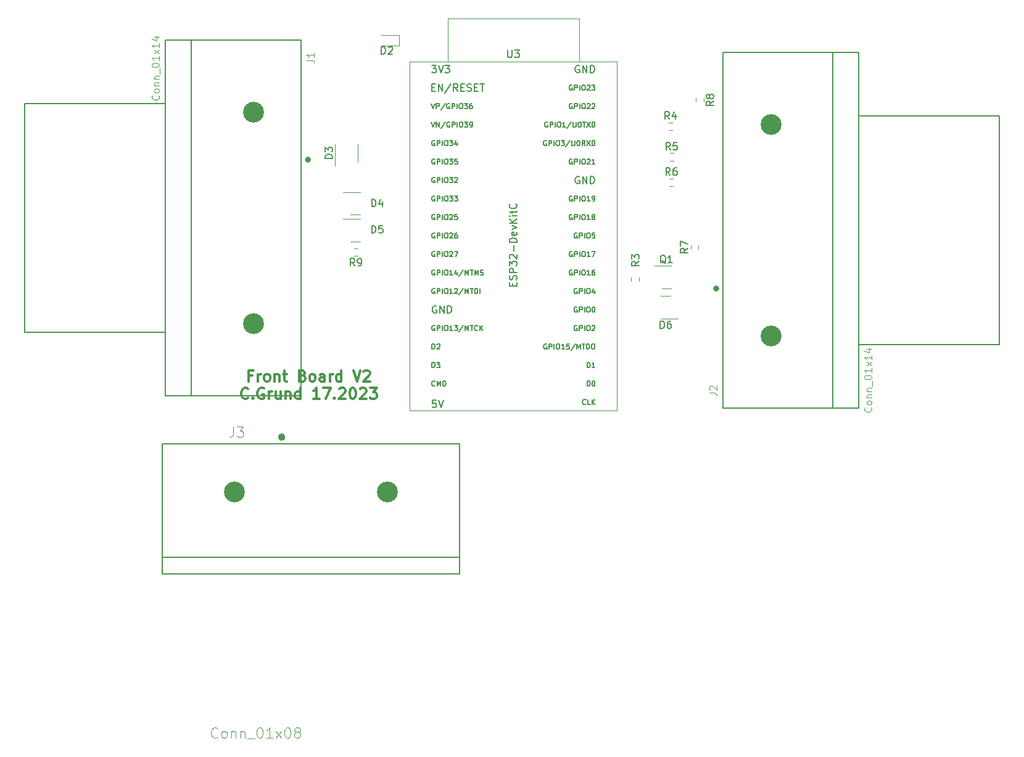
<source format=gbr>
%TF.GenerationSoftware,KiCad,Pcbnew,(6.0.1-0)*%
%TF.CreationDate,2023-01-17T12:48:01-05:00*%
%TF.ProjectId,Front Board,46726f6e-7420-4426-9f61-72642e6b6963,rev?*%
%TF.SameCoordinates,Original*%
%TF.FileFunction,Legend,Top*%
%TF.FilePolarity,Positive*%
%FSLAX46Y46*%
G04 Gerber Fmt 4.6, Leading zero omitted, Abs format (unit mm)*
G04 Created by KiCad (PCBNEW (6.0.1-0)) date 2023-01-17 12:48:01*
%MOMM*%
%LPD*%
G01*
G04 APERTURE LIST*
%ADD10C,0.300000*%
%ADD11C,0.150000*%
%ADD12C,0.050000*%
%ADD13C,0.120000*%
%ADD14C,0.127000*%
%ADD15C,0.500000*%
%ADD16C,0.400000*%
%ADD17C,2.850000*%
G04 APERTURE END LIST*
D10*
X114464285Y-110185357D02*
X113964285Y-110185357D01*
X113964285Y-110971071D02*
X113964285Y-109471071D01*
X114678571Y-109471071D01*
X115250000Y-110971071D02*
X115250000Y-109971071D01*
X115250000Y-110256785D02*
X115321428Y-110113928D01*
X115392857Y-110042500D01*
X115535714Y-109971071D01*
X115678571Y-109971071D01*
X116392857Y-110971071D02*
X116250000Y-110899642D01*
X116178571Y-110828214D01*
X116107142Y-110685357D01*
X116107142Y-110256785D01*
X116178571Y-110113928D01*
X116250000Y-110042500D01*
X116392857Y-109971071D01*
X116607142Y-109971071D01*
X116750000Y-110042500D01*
X116821428Y-110113928D01*
X116892857Y-110256785D01*
X116892857Y-110685357D01*
X116821428Y-110828214D01*
X116750000Y-110899642D01*
X116607142Y-110971071D01*
X116392857Y-110971071D01*
X117535714Y-109971071D02*
X117535714Y-110971071D01*
X117535714Y-110113928D02*
X117607142Y-110042500D01*
X117750000Y-109971071D01*
X117964285Y-109971071D01*
X118107142Y-110042500D01*
X118178571Y-110185357D01*
X118178571Y-110971071D01*
X118678571Y-109971071D02*
X119250000Y-109971071D01*
X118892857Y-109471071D02*
X118892857Y-110756785D01*
X118964285Y-110899642D01*
X119107142Y-110971071D01*
X119250000Y-110971071D01*
X121392857Y-110185357D02*
X121607142Y-110256785D01*
X121678571Y-110328214D01*
X121750000Y-110471071D01*
X121750000Y-110685357D01*
X121678571Y-110828214D01*
X121607142Y-110899642D01*
X121464285Y-110971071D01*
X120892857Y-110971071D01*
X120892857Y-109471071D01*
X121392857Y-109471071D01*
X121535714Y-109542500D01*
X121607142Y-109613928D01*
X121678571Y-109756785D01*
X121678571Y-109899642D01*
X121607142Y-110042500D01*
X121535714Y-110113928D01*
X121392857Y-110185357D01*
X120892857Y-110185357D01*
X122607142Y-110971071D02*
X122464285Y-110899642D01*
X122392857Y-110828214D01*
X122321428Y-110685357D01*
X122321428Y-110256785D01*
X122392857Y-110113928D01*
X122464285Y-110042500D01*
X122607142Y-109971071D01*
X122821428Y-109971071D01*
X122964285Y-110042500D01*
X123035714Y-110113928D01*
X123107142Y-110256785D01*
X123107142Y-110685357D01*
X123035714Y-110828214D01*
X122964285Y-110899642D01*
X122821428Y-110971071D01*
X122607142Y-110971071D01*
X124392857Y-110971071D02*
X124392857Y-110185357D01*
X124321428Y-110042500D01*
X124178571Y-109971071D01*
X123892857Y-109971071D01*
X123750000Y-110042500D01*
X124392857Y-110899642D02*
X124250000Y-110971071D01*
X123892857Y-110971071D01*
X123750000Y-110899642D01*
X123678571Y-110756785D01*
X123678571Y-110613928D01*
X123750000Y-110471071D01*
X123892857Y-110399642D01*
X124250000Y-110399642D01*
X124392857Y-110328214D01*
X125107142Y-110971071D02*
X125107142Y-109971071D01*
X125107142Y-110256785D02*
X125178571Y-110113928D01*
X125250000Y-110042500D01*
X125392857Y-109971071D01*
X125535714Y-109971071D01*
X126678571Y-110971071D02*
X126678571Y-109471071D01*
X126678571Y-110899642D02*
X126535714Y-110971071D01*
X126250000Y-110971071D01*
X126107142Y-110899642D01*
X126035714Y-110828214D01*
X125964285Y-110685357D01*
X125964285Y-110256785D01*
X126035714Y-110113928D01*
X126107142Y-110042500D01*
X126250000Y-109971071D01*
X126535714Y-109971071D01*
X126678571Y-110042500D01*
X128321428Y-109471071D02*
X128821428Y-110971071D01*
X129321428Y-109471071D01*
X129750000Y-109613928D02*
X129821428Y-109542500D01*
X129964285Y-109471071D01*
X130321428Y-109471071D01*
X130464285Y-109542500D01*
X130535714Y-109613928D01*
X130607142Y-109756785D01*
X130607142Y-109899642D01*
X130535714Y-110113928D01*
X129678571Y-110971071D01*
X130607142Y-110971071D01*
X113892857Y-113243214D02*
X113821428Y-113314642D01*
X113607142Y-113386071D01*
X113464285Y-113386071D01*
X113250000Y-113314642D01*
X113107142Y-113171785D01*
X113035714Y-113028928D01*
X112964285Y-112743214D01*
X112964285Y-112528928D01*
X113035714Y-112243214D01*
X113107142Y-112100357D01*
X113250000Y-111957500D01*
X113464285Y-111886071D01*
X113607142Y-111886071D01*
X113821428Y-111957500D01*
X113892857Y-112028928D01*
X114535714Y-113243214D02*
X114607142Y-113314642D01*
X114535714Y-113386071D01*
X114464285Y-113314642D01*
X114535714Y-113243214D01*
X114535714Y-113386071D01*
X116035714Y-111957500D02*
X115892857Y-111886071D01*
X115678571Y-111886071D01*
X115464285Y-111957500D01*
X115321428Y-112100357D01*
X115250000Y-112243214D01*
X115178571Y-112528928D01*
X115178571Y-112743214D01*
X115250000Y-113028928D01*
X115321428Y-113171785D01*
X115464285Y-113314642D01*
X115678571Y-113386071D01*
X115821428Y-113386071D01*
X116035714Y-113314642D01*
X116107142Y-113243214D01*
X116107142Y-112743214D01*
X115821428Y-112743214D01*
X116750000Y-113386071D02*
X116750000Y-112386071D01*
X116750000Y-112671785D02*
X116821428Y-112528928D01*
X116892857Y-112457500D01*
X117035714Y-112386071D01*
X117178571Y-112386071D01*
X118321428Y-112386071D02*
X118321428Y-113386071D01*
X117678571Y-112386071D02*
X117678571Y-113171785D01*
X117750000Y-113314642D01*
X117892857Y-113386071D01*
X118107142Y-113386071D01*
X118250000Y-113314642D01*
X118321428Y-113243214D01*
X119035714Y-112386071D02*
X119035714Y-113386071D01*
X119035714Y-112528928D02*
X119107142Y-112457500D01*
X119250000Y-112386071D01*
X119464285Y-112386071D01*
X119607142Y-112457500D01*
X119678571Y-112600357D01*
X119678571Y-113386071D01*
X121035714Y-113386071D02*
X121035714Y-111886071D01*
X121035714Y-113314642D02*
X120892857Y-113386071D01*
X120607142Y-113386071D01*
X120464285Y-113314642D01*
X120392857Y-113243214D01*
X120321428Y-113100357D01*
X120321428Y-112671785D01*
X120392857Y-112528928D01*
X120464285Y-112457500D01*
X120607142Y-112386071D01*
X120892857Y-112386071D01*
X121035714Y-112457500D01*
X123678571Y-113386071D02*
X122821428Y-113386071D01*
X123250000Y-113386071D02*
X123250000Y-111886071D01*
X123107142Y-112100357D01*
X122964285Y-112243214D01*
X122821428Y-112314642D01*
X124178571Y-111886071D02*
X125178571Y-111886071D01*
X124535714Y-113386071D01*
X125750000Y-113243214D02*
X125821428Y-113314642D01*
X125750000Y-113386071D01*
X125678571Y-113314642D01*
X125750000Y-113243214D01*
X125750000Y-113386071D01*
X126392857Y-112028928D02*
X126464285Y-111957500D01*
X126607142Y-111886071D01*
X126964285Y-111886071D01*
X127107142Y-111957500D01*
X127178571Y-112028928D01*
X127250000Y-112171785D01*
X127250000Y-112314642D01*
X127178571Y-112528928D01*
X126321428Y-113386071D01*
X127250000Y-113386071D01*
X128178571Y-111886071D02*
X128321428Y-111886071D01*
X128464285Y-111957500D01*
X128535714Y-112028928D01*
X128607142Y-112171785D01*
X128678571Y-112457500D01*
X128678571Y-112814642D01*
X128607142Y-113100357D01*
X128535714Y-113243214D01*
X128464285Y-113314642D01*
X128321428Y-113386071D01*
X128178571Y-113386071D01*
X128035714Y-113314642D01*
X127964285Y-113243214D01*
X127892857Y-113100357D01*
X127821428Y-112814642D01*
X127821428Y-112457500D01*
X127892857Y-112171785D01*
X127964285Y-112028928D01*
X128035714Y-111957500D01*
X128178571Y-111886071D01*
X129250000Y-112028928D02*
X129321428Y-111957500D01*
X129464285Y-111886071D01*
X129821428Y-111886071D01*
X129964285Y-111957500D01*
X130035714Y-112028928D01*
X130107142Y-112171785D01*
X130107142Y-112314642D01*
X130035714Y-112528928D01*
X129178571Y-113386071D01*
X130107142Y-113386071D01*
X130607142Y-111886071D02*
X131535714Y-111886071D01*
X131035714Y-112457500D01*
X131250000Y-112457500D01*
X131392857Y-112528928D01*
X131464285Y-112600357D01*
X131535714Y-112743214D01*
X131535714Y-113100357D01*
X131464285Y-113243214D01*
X131392857Y-113314642D01*
X131250000Y-113386071D01*
X130821428Y-113386071D01*
X130678571Y-113314642D01*
X130607142Y-113243214D01*
D11*
%TO.C,U3*%
X149538095Y-65482380D02*
X149538095Y-66291904D01*
X149585714Y-66387142D01*
X149633333Y-66434761D01*
X149728571Y-66482380D01*
X149919047Y-66482380D01*
X150014285Y-66434761D01*
X150061904Y-66387142D01*
X150109523Y-66291904D01*
X150109523Y-65482380D01*
X150490476Y-65482380D02*
X151109523Y-65482380D01*
X150776190Y-65863333D01*
X150919047Y-65863333D01*
X151014285Y-65910952D01*
X151061904Y-65958571D01*
X151109523Y-66053809D01*
X151109523Y-66291904D01*
X151061904Y-66387142D01*
X151014285Y-66434761D01*
X150919047Y-66482380D01*
X150633333Y-66482380D01*
X150538095Y-66434761D01*
X150490476Y-66387142D01*
X150228571Y-97855238D02*
X150228571Y-97521904D01*
X150752380Y-97379047D02*
X150752380Y-97855238D01*
X149752380Y-97855238D01*
X149752380Y-97379047D01*
X150704761Y-96998095D02*
X150752380Y-96855238D01*
X150752380Y-96617142D01*
X150704761Y-96521904D01*
X150657142Y-96474285D01*
X150561904Y-96426666D01*
X150466666Y-96426666D01*
X150371428Y-96474285D01*
X150323809Y-96521904D01*
X150276190Y-96617142D01*
X150228571Y-96807619D01*
X150180952Y-96902857D01*
X150133333Y-96950476D01*
X150038095Y-96998095D01*
X149942857Y-96998095D01*
X149847619Y-96950476D01*
X149800000Y-96902857D01*
X149752380Y-96807619D01*
X149752380Y-96569523D01*
X149800000Y-96426666D01*
X150752380Y-95998095D02*
X149752380Y-95998095D01*
X149752380Y-95617142D01*
X149800000Y-95521904D01*
X149847619Y-95474285D01*
X149942857Y-95426666D01*
X150085714Y-95426666D01*
X150180952Y-95474285D01*
X150228571Y-95521904D01*
X150276190Y-95617142D01*
X150276190Y-95998095D01*
X149752380Y-95093333D02*
X149752380Y-94474285D01*
X150133333Y-94807619D01*
X150133333Y-94664761D01*
X150180952Y-94569523D01*
X150228571Y-94521904D01*
X150323809Y-94474285D01*
X150561904Y-94474285D01*
X150657142Y-94521904D01*
X150704761Y-94569523D01*
X150752380Y-94664761D01*
X150752380Y-94950476D01*
X150704761Y-95045714D01*
X150657142Y-95093333D01*
X149847619Y-94093333D02*
X149800000Y-94045714D01*
X149752380Y-93950476D01*
X149752380Y-93712380D01*
X149800000Y-93617142D01*
X149847619Y-93569523D01*
X149942857Y-93521904D01*
X150038095Y-93521904D01*
X150180952Y-93569523D01*
X150752380Y-94140952D01*
X150752380Y-93521904D01*
X150371428Y-93093333D02*
X150371428Y-92331428D01*
X150752380Y-91855238D02*
X149752380Y-91855238D01*
X149752380Y-91617142D01*
X149800000Y-91474285D01*
X149895238Y-91379047D01*
X149990476Y-91331428D01*
X150180952Y-91283809D01*
X150323809Y-91283809D01*
X150514285Y-91331428D01*
X150609523Y-91379047D01*
X150704761Y-91474285D01*
X150752380Y-91617142D01*
X150752380Y-91855238D01*
X150704761Y-90474285D02*
X150752380Y-90569523D01*
X150752380Y-90760000D01*
X150704761Y-90855238D01*
X150609523Y-90902857D01*
X150228571Y-90902857D01*
X150133333Y-90855238D01*
X150085714Y-90760000D01*
X150085714Y-90569523D01*
X150133333Y-90474285D01*
X150228571Y-90426666D01*
X150323809Y-90426666D01*
X150419047Y-90902857D01*
X150085714Y-90093333D02*
X150752380Y-89855238D01*
X150085714Y-89617142D01*
X150752380Y-89236190D02*
X149752380Y-89236190D01*
X150752380Y-88664761D02*
X150180952Y-89093333D01*
X149752380Y-88664761D02*
X150323809Y-89236190D01*
X150752380Y-88236190D02*
X150085714Y-88236190D01*
X149752380Y-88236190D02*
X149800000Y-88283809D01*
X149847619Y-88236190D01*
X149800000Y-88188571D01*
X149752380Y-88236190D01*
X149847619Y-88236190D01*
X150085714Y-87902857D02*
X150085714Y-87521904D01*
X149752380Y-87760000D02*
X150609523Y-87760000D01*
X150704761Y-87712380D01*
X150752380Y-87617142D01*
X150752380Y-87521904D01*
X150657142Y-86617142D02*
X150704761Y-86664761D01*
X150752380Y-86807619D01*
X150752380Y-86902857D01*
X150704761Y-87045714D01*
X150609523Y-87140952D01*
X150514285Y-87188571D01*
X150323809Y-87236190D01*
X150180952Y-87236190D01*
X149990476Y-87188571D01*
X149895238Y-87140952D01*
X149800000Y-87045714D01*
X149752380Y-86902857D01*
X149752380Y-86807619D01*
X149800000Y-86664761D01*
X149847619Y-86617142D01*
X139034166Y-75366666D02*
X139267500Y-76066666D01*
X139500833Y-75366666D01*
X139734166Y-76066666D02*
X139734166Y-75366666D01*
X140134166Y-76066666D01*
X140134166Y-75366666D01*
X140967500Y-75333333D02*
X140367500Y-76233333D01*
X141567500Y-75400000D02*
X141500833Y-75366666D01*
X141400833Y-75366666D01*
X141300833Y-75400000D01*
X141234166Y-75466666D01*
X141200833Y-75533333D01*
X141167500Y-75666666D01*
X141167500Y-75766666D01*
X141200833Y-75900000D01*
X141234166Y-75966666D01*
X141300833Y-76033333D01*
X141400833Y-76066666D01*
X141467500Y-76066666D01*
X141567500Y-76033333D01*
X141600833Y-76000000D01*
X141600833Y-75766666D01*
X141467500Y-75766666D01*
X141900833Y-76066666D02*
X141900833Y-75366666D01*
X142167500Y-75366666D01*
X142234166Y-75400000D01*
X142267500Y-75433333D01*
X142300833Y-75500000D01*
X142300833Y-75600000D01*
X142267500Y-75666666D01*
X142234166Y-75700000D01*
X142167500Y-75733333D01*
X141900833Y-75733333D01*
X142600833Y-76066666D02*
X142600833Y-75366666D01*
X143067500Y-75366666D02*
X143200833Y-75366666D01*
X143267500Y-75400000D01*
X143334166Y-75466666D01*
X143367500Y-75600000D01*
X143367500Y-75833333D01*
X143334166Y-75966666D01*
X143267500Y-76033333D01*
X143200833Y-76066666D01*
X143067500Y-76066666D01*
X143000833Y-76033333D01*
X142934166Y-75966666D01*
X142900833Y-75833333D01*
X142900833Y-75600000D01*
X142934166Y-75466666D01*
X143000833Y-75400000D01*
X143067500Y-75366666D01*
X143600833Y-75366666D02*
X144034166Y-75366666D01*
X143800833Y-75633333D01*
X143900833Y-75633333D01*
X143967500Y-75666666D01*
X144000833Y-75700000D01*
X144034166Y-75766666D01*
X144034166Y-75933333D01*
X144000833Y-76000000D01*
X143967500Y-76033333D01*
X143900833Y-76066666D01*
X143700833Y-76066666D01*
X143634166Y-76033333D01*
X143600833Y-76000000D01*
X144367500Y-76066666D02*
X144500833Y-76066666D01*
X144567500Y-76033333D01*
X144600833Y-76000000D01*
X144667500Y-75900000D01*
X144700833Y-75766666D01*
X144700833Y-75500000D01*
X144667500Y-75433333D01*
X144634166Y-75400000D01*
X144567500Y-75366666D01*
X144434166Y-75366666D01*
X144367500Y-75400000D01*
X144334166Y-75433333D01*
X144300833Y-75500000D01*
X144300833Y-75666666D01*
X144334166Y-75733333D01*
X144367500Y-75766666D01*
X144434166Y-75800000D01*
X144567500Y-75800000D01*
X144634166Y-75766666D01*
X144667500Y-75733333D01*
X144700833Y-75666666D01*
X139534166Y-111560000D02*
X139500833Y-111593333D01*
X139400833Y-111626666D01*
X139334166Y-111626666D01*
X139234166Y-111593333D01*
X139167500Y-111526666D01*
X139134166Y-111460000D01*
X139100833Y-111326666D01*
X139100833Y-111226666D01*
X139134166Y-111093333D01*
X139167500Y-111026666D01*
X139234166Y-110960000D01*
X139334166Y-110926666D01*
X139400833Y-110926666D01*
X139500833Y-110960000D01*
X139534166Y-110993333D01*
X139834166Y-111626666D02*
X139834166Y-110926666D01*
X140067500Y-111426666D01*
X140300833Y-110926666D01*
X140300833Y-111626666D01*
X140634166Y-111626666D02*
X140634166Y-110926666D01*
X140800833Y-110926666D01*
X140900833Y-110960000D01*
X140967500Y-111026666D01*
X141000833Y-111093333D01*
X141034166Y-111226666D01*
X141034166Y-111326666D01*
X141000833Y-111460000D01*
X140967500Y-111526666D01*
X140900833Y-111593333D01*
X140800833Y-111626666D01*
X140634166Y-111626666D01*
X158365833Y-93180000D02*
X158299166Y-93146666D01*
X158199166Y-93146666D01*
X158099166Y-93180000D01*
X158032500Y-93246666D01*
X157999166Y-93313333D01*
X157965833Y-93446666D01*
X157965833Y-93546666D01*
X157999166Y-93680000D01*
X158032500Y-93746666D01*
X158099166Y-93813333D01*
X158199166Y-93846666D01*
X158265833Y-93846666D01*
X158365833Y-93813333D01*
X158399166Y-93780000D01*
X158399166Y-93546666D01*
X158265833Y-93546666D01*
X158699166Y-93846666D02*
X158699166Y-93146666D01*
X158965833Y-93146666D01*
X159032500Y-93180000D01*
X159065833Y-93213333D01*
X159099166Y-93280000D01*
X159099166Y-93380000D01*
X159065833Y-93446666D01*
X159032500Y-93480000D01*
X158965833Y-93513333D01*
X158699166Y-93513333D01*
X159399166Y-93846666D02*
X159399166Y-93146666D01*
X159865833Y-93146666D02*
X159999166Y-93146666D01*
X160065833Y-93180000D01*
X160132500Y-93246666D01*
X160165833Y-93380000D01*
X160165833Y-93613333D01*
X160132500Y-93746666D01*
X160065833Y-93813333D01*
X159999166Y-93846666D01*
X159865833Y-93846666D01*
X159799166Y-93813333D01*
X159732500Y-93746666D01*
X159699166Y-93613333D01*
X159699166Y-93380000D01*
X159732500Y-93246666D01*
X159799166Y-93180000D01*
X159865833Y-93146666D01*
X160832500Y-93846666D02*
X160432500Y-93846666D01*
X160632500Y-93846666D02*
X160632500Y-93146666D01*
X160565833Y-93246666D01*
X160499166Y-93313333D01*
X160432500Y-93346666D01*
X161065833Y-93146666D02*
X161532500Y-93146666D01*
X161232500Y-93846666D01*
X139500833Y-77940000D02*
X139434166Y-77906666D01*
X139334166Y-77906666D01*
X139234166Y-77940000D01*
X139167500Y-78006666D01*
X139134166Y-78073333D01*
X139100833Y-78206666D01*
X139100833Y-78306666D01*
X139134166Y-78440000D01*
X139167500Y-78506666D01*
X139234166Y-78573333D01*
X139334166Y-78606666D01*
X139400833Y-78606666D01*
X139500833Y-78573333D01*
X139534166Y-78540000D01*
X139534166Y-78306666D01*
X139400833Y-78306666D01*
X139834166Y-78606666D02*
X139834166Y-77906666D01*
X140100833Y-77906666D01*
X140167500Y-77940000D01*
X140200833Y-77973333D01*
X140234166Y-78040000D01*
X140234166Y-78140000D01*
X140200833Y-78206666D01*
X140167500Y-78240000D01*
X140100833Y-78273333D01*
X139834166Y-78273333D01*
X140534166Y-78606666D02*
X140534166Y-77906666D01*
X141000833Y-77906666D02*
X141134166Y-77906666D01*
X141200833Y-77940000D01*
X141267500Y-78006666D01*
X141300833Y-78140000D01*
X141300833Y-78373333D01*
X141267500Y-78506666D01*
X141200833Y-78573333D01*
X141134166Y-78606666D01*
X141000833Y-78606666D01*
X140934166Y-78573333D01*
X140867500Y-78506666D01*
X140834166Y-78373333D01*
X140834166Y-78140000D01*
X140867500Y-78006666D01*
X140934166Y-77940000D01*
X141000833Y-77906666D01*
X141534166Y-77906666D02*
X141967500Y-77906666D01*
X141734166Y-78173333D01*
X141834166Y-78173333D01*
X141900833Y-78206666D01*
X141934166Y-78240000D01*
X141967500Y-78306666D01*
X141967500Y-78473333D01*
X141934166Y-78540000D01*
X141900833Y-78573333D01*
X141834166Y-78606666D01*
X141634166Y-78606666D01*
X141567500Y-78573333D01*
X141534166Y-78540000D01*
X142567500Y-78140000D02*
X142567500Y-78606666D01*
X142400833Y-77873333D02*
X142234166Y-78373333D01*
X142667500Y-78373333D01*
X158365833Y-95720000D02*
X158299166Y-95686666D01*
X158199166Y-95686666D01*
X158099166Y-95720000D01*
X158032500Y-95786666D01*
X157999166Y-95853333D01*
X157965833Y-95986666D01*
X157965833Y-96086666D01*
X157999166Y-96220000D01*
X158032500Y-96286666D01*
X158099166Y-96353333D01*
X158199166Y-96386666D01*
X158265833Y-96386666D01*
X158365833Y-96353333D01*
X158399166Y-96320000D01*
X158399166Y-96086666D01*
X158265833Y-96086666D01*
X158699166Y-96386666D02*
X158699166Y-95686666D01*
X158965833Y-95686666D01*
X159032500Y-95720000D01*
X159065833Y-95753333D01*
X159099166Y-95820000D01*
X159099166Y-95920000D01*
X159065833Y-95986666D01*
X159032500Y-96020000D01*
X158965833Y-96053333D01*
X158699166Y-96053333D01*
X159399166Y-96386666D02*
X159399166Y-95686666D01*
X159865833Y-95686666D02*
X159999166Y-95686666D01*
X160065833Y-95720000D01*
X160132500Y-95786666D01*
X160165833Y-95920000D01*
X160165833Y-96153333D01*
X160132500Y-96286666D01*
X160065833Y-96353333D01*
X159999166Y-96386666D01*
X159865833Y-96386666D01*
X159799166Y-96353333D01*
X159732500Y-96286666D01*
X159699166Y-96153333D01*
X159699166Y-95920000D01*
X159732500Y-95786666D01*
X159799166Y-95720000D01*
X159865833Y-95686666D01*
X160832500Y-96386666D02*
X160432500Y-96386666D01*
X160632500Y-96386666D02*
X160632500Y-95686666D01*
X160565833Y-95786666D01*
X160499166Y-95853333D01*
X160432500Y-95886666D01*
X161432500Y-95686666D02*
X161299166Y-95686666D01*
X161232500Y-95720000D01*
X161199166Y-95753333D01*
X161132500Y-95853333D01*
X161099166Y-95986666D01*
X161099166Y-96253333D01*
X161132500Y-96320000D01*
X161165833Y-96353333D01*
X161232500Y-96386666D01*
X161365833Y-96386666D01*
X161432500Y-96353333D01*
X161465833Y-96320000D01*
X161499166Y-96253333D01*
X161499166Y-96086666D01*
X161465833Y-96020000D01*
X161432500Y-95986666D01*
X161365833Y-95953333D01*
X161232500Y-95953333D01*
X161165833Y-95986666D01*
X161132500Y-96020000D01*
X161099166Y-96086666D01*
X139103105Y-70595851D02*
X139436439Y-70595851D01*
X139579296Y-71119660D02*
X139103105Y-71119660D01*
X139103105Y-70119660D01*
X139579296Y-70119660D01*
X140007867Y-71119660D02*
X140007867Y-70119660D01*
X140579296Y-71119660D01*
X140579296Y-70119660D01*
X141769772Y-70072041D02*
X140912629Y-71357756D01*
X142674534Y-71119660D02*
X142341200Y-70643470D01*
X142103105Y-71119660D02*
X142103105Y-70119660D01*
X142484058Y-70119660D01*
X142579296Y-70167280D01*
X142626915Y-70214899D01*
X142674534Y-70310137D01*
X142674534Y-70452994D01*
X142626915Y-70548232D01*
X142579296Y-70595851D01*
X142484058Y-70643470D01*
X142103105Y-70643470D01*
X143103105Y-70595851D02*
X143436439Y-70595851D01*
X143579296Y-71119660D02*
X143103105Y-71119660D01*
X143103105Y-70119660D01*
X143579296Y-70119660D01*
X143960248Y-71072041D02*
X144103105Y-71119660D01*
X144341200Y-71119660D01*
X144436439Y-71072041D01*
X144484058Y-71024422D01*
X144531677Y-70929184D01*
X144531677Y-70833946D01*
X144484058Y-70738708D01*
X144436439Y-70691089D01*
X144341200Y-70643470D01*
X144150724Y-70595851D01*
X144055486Y-70548232D01*
X144007867Y-70500613D01*
X143960248Y-70405375D01*
X143960248Y-70310137D01*
X144007867Y-70214899D01*
X144055486Y-70167280D01*
X144150724Y-70119660D01*
X144388820Y-70119660D01*
X144531677Y-70167280D01*
X144960248Y-70595851D02*
X145293581Y-70595851D01*
X145436439Y-71119660D02*
X144960248Y-71119660D01*
X144960248Y-70119660D01*
X145436439Y-70119660D01*
X145722153Y-70119660D02*
X146293581Y-70119660D01*
X146007867Y-71119660D02*
X146007867Y-70119660D01*
X159346785Y-82870000D02*
X159251547Y-82822380D01*
X159108690Y-82822380D01*
X158965833Y-82870000D01*
X158870595Y-82965238D01*
X158822976Y-83060476D01*
X158775357Y-83250952D01*
X158775357Y-83393809D01*
X158822976Y-83584285D01*
X158870595Y-83679523D01*
X158965833Y-83774761D01*
X159108690Y-83822380D01*
X159203928Y-83822380D01*
X159346785Y-83774761D01*
X159394404Y-83727142D01*
X159394404Y-83393809D01*
X159203928Y-83393809D01*
X159822976Y-83822380D02*
X159822976Y-82822380D01*
X160394404Y-83822380D01*
X160394404Y-82822380D01*
X160870595Y-83822380D02*
X160870595Y-82822380D01*
X161108690Y-82822380D01*
X161251547Y-82870000D01*
X161346785Y-82965238D01*
X161394404Y-83060476D01*
X161442023Y-83250952D01*
X161442023Y-83393809D01*
X161394404Y-83584285D01*
X161346785Y-83679523D01*
X161251547Y-83774761D01*
X161108690Y-83822380D01*
X160870595Y-83822380D01*
X139500833Y-83020000D02*
X139434166Y-82986666D01*
X139334166Y-82986666D01*
X139234166Y-83020000D01*
X139167500Y-83086666D01*
X139134166Y-83153333D01*
X139100833Y-83286666D01*
X139100833Y-83386666D01*
X139134166Y-83520000D01*
X139167500Y-83586666D01*
X139234166Y-83653333D01*
X139334166Y-83686666D01*
X139400833Y-83686666D01*
X139500833Y-83653333D01*
X139534166Y-83620000D01*
X139534166Y-83386666D01*
X139400833Y-83386666D01*
X139834166Y-83686666D02*
X139834166Y-82986666D01*
X140100833Y-82986666D01*
X140167500Y-83020000D01*
X140200833Y-83053333D01*
X140234166Y-83120000D01*
X140234166Y-83220000D01*
X140200833Y-83286666D01*
X140167500Y-83320000D01*
X140100833Y-83353333D01*
X139834166Y-83353333D01*
X140534166Y-83686666D02*
X140534166Y-82986666D01*
X141000833Y-82986666D02*
X141134166Y-82986666D01*
X141200833Y-83020000D01*
X141267500Y-83086666D01*
X141300833Y-83220000D01*
X141300833Y-83453333D01*
X141267500Y-83586666D01*
X141200833Y-83653333D01*
X141134166Y-83686666D01*
X141000833Y-83686666D01*
X140934166Y-83653333D01*
X140867500Y-83586666D01*
X140834166Y-83453333D01*
X140834166Y-83220000D01*
X140867500Y-83086666D01*
X140934166Y-83020000D01*
X141000833Y-82986666D01*
X141534166Y-82986666D02*
X141967500Y-82986666D01*
X141734166Y-83253333D01*
X141834166Y-83253333D01*
X141900833Y-83286666D01*
X141934166Y-83320000D01*
X141967500Y-83386666D01*
X141967500Y-83553333D01*
X141934166Y-83620000D01*
X141900833Y-83653333D01*
X141834166Y-83686666D01*
X141634166Y-83686666D01*
X141567500Y-83653333D01*
X141534166Y-83620000D01*
X142234166Y-83053333D02*
X142267500Y-83020000D01*
X142334166Y-82986666D01*
X142500833Y-82986666D01*
X142567500Y-83020000D01*
X142600833Y-83053333D01*
X142634166Y-83120000D01*
X142634166Y-83186666D01*
X142600833Y-83286666D01*
X142200833Y-83686666D01*
X142634166Y-83686666D01*
X158365833Y-88100000D02*
X158299166Y-88066666D01*
X158199166Y-88066666D01*
X158099166Y-88100000D01*
X158032500Y-88166666D01*
X157999166Y-88233333D01*
X157965833Y-88366666D01*
X157965833Y-88466666D01*
X157999166Y-88600000D01*
X158032500Y-88666666D01*
X158099166Y-88733333D01*
X158199166Y-88766666D01*
X158265833Y-88766666D01*
X158365833Y-88733333D01*
X158399166Y-88700000D01*
X158399166Y-88466666D01*
X158265833Y-88466666D01*
X158699166Y-88766666D02*
X158699166Y-88066666D01*
X158965833Y-88066666D01*
X159032500Y-88100000D01*
X159065833Y-88133333D01*
X159099166Y-88200000D01*
X159099166Y-88300000D01*
X159065833Y-88366666D01*
X159032500Y-88400000D01*
X158965833Y-88433333D01*
X158699166Y-88433333D01*
X159399166Y-88766666D02*
X159399166Y-88066666D01*
X159865833Y-88066666D02*
X159999166Y-88066666D01*
X160065833Y-88100000D01*
X160132500Y-88166666D01*
X160165833Y-88300000D01*
X160165833Y-88533333D01*
X160132500Y-88666666D01*
X160065833Y-88733333D01*
X159999166Y-88766666D01*
X159865833Y-88766666D01*
X159799166Y-88733333D01*
X159732500Y-88666666D01*
X159699166Y-88533333D01*
X159699166Y-88300000D01*
X159732500Y-88166666D01*
X159799166Y-88100000D01*
X159865833Y-88066666D01*
X160832500Y-88766666D02*
X160432500Y-88766666D01*
X160632500Y-88766666D02*
X160632500Y-88066666D01*
X160565833Y-88166666D01*
X160499166Y-88233333D01*
X160432500Y-88266666D01*
X161232500Y-88366666D02*
X161165833Y-88333333D01*
X161132500Y-88300000D01*
X161099166Y-88233333D01*
X161099166Y-88200000D01*
X161132500Y-88133333D01*
X161165833Y-88100000D01*
X161232500Y-88066666D01*
X161365833Y-88066666D01*
X161432500Y-88100000D01*
X161465833Y-88133333D01*
X161499166Y-88200000D01*
X161499166Y-88233333D01*
X161465833Y-88300000D01*
X161432500Y-88333333D01*
X161365833Y-88366666D01*
X161232500Y-88366666D01*
X161165833Y-88400000D01*
X161132500Y-88433333D01*
X161099166Y-88500000D01*
X161099166Y-88633333D01*
X161132500Y-88700000D01*
X161165833Y-88733333D01*
X161232500Y-88766666D01*
X161365833Y-88766666D01*
X161432500Y-88733333D01*
X161465833Y-88700000D01*
X161499166Y-88633333D01*
X161499166Y-88500000D01*
X161465833Y-88433333D01*
X161432500Y-88400000D01*
X161365833Y-88366666D01*
X159346785Y-67630000D02*
X159251547Y-67582380D01*
X159108690Y-67582380D01*
X158965833Y-67630000D01*
X158870595Y-67725238D01*
X158822976Y-67820476D01*
X158775357Y-68010952D01*
X158775357Y-68153809D01*
X158822976Y-68344285D01*
X158870595Y-68439523D01*
X158965833Y-68534761D01*
X159108690Y-68582380D01*
X159203928Y-68582380D01*
X159346785Y-68534761D01*
X159394404Y-68487142D01*
X159394404Y-68153809D01*
X159203928Y-68153809D01*
X159822976Y-68582380D02*
X159822976Y-67582380D01*
X160394404Y-68582380D01*
X160394404Y-67582380D01*
X160870595Y-68582380D02*
X160870595Y-67582380D01*
X161108690Y-67582380D01*
X161251547Y-67630000D01*
X161346785Y-67725238D01*
X161394404Y-67820476D01*
X161442023Y-68010952D01*
X161442023Y-68153809D01*
X161394404Y-68344285D01*
X161346785Y-68439523D01*
X161251547Y-68534761D01*
X161108690Y-68582380D01*
X160870595Y-68582380D01*
X139500833Y-85560000D02*
X139434166Y-85526666D01*
X139334166Y-85526666D01*
X139234166Y-85560000D01*
X139167500Y-85626666D01*
X139134166Y-85693333D01*
X139100833Y-85826666D01*
X139100833Y-85926666D01*
X139134166Y-86060000D01*
X139167500Y-86126666D01*
X139234166Y-86193333D01*
X139334166Y-86226666D01*
X139400833Y-86226666D01*
X139500833Y-86193333D01*
X139534166Y-86160000D01*
X139534166Y-85926666D01*
X139400833Y-85926666D01*
X139834166Y-86226666D02*
X139834166Y-85526666D01*
X140100833Y-85526666D01*
X140167500Y-85560000D01*
X140200833Y-85593333D01*
X140234166Y-85660000D01*
X140234166Y-85760000D01*
X140200833Y-85826666D01*
X140167500Y-85860000D01*
X140100833Y-85893333D01*
X139834166Y-85893333D01*
X140534166Y-86226666D02*
X140534166Y-85526666D01*
X141000833Y-85526666D02*
X141134166Y-85526666D01*
X141200833Y-85560000D01*
X141267500Y-85626666D01*
X141300833Y-85760000D01*
X141300833Y-85993333D01*
X141267500Y-86126666D01*
X141200833Y-86193333D01*
X141134166Y-86226666D01*
X141000833Y-86226666D01*
X140934166Y-86193333D01*
X140867500Y-86126666D01*
X140834166Y-85993333D01*
X140834166Y-85760000D01*
X140867500Y-85626666D01*
X140934166Y-85560000D01*
X141000833Y-85526666D01*
X141534166Y-85526666D02*
X141967500Y-85526666D01*
X141734166Y-85793333D01*
X141834166Y-85793333D01*
X141900833Y-85826666D01*
X141934166Y-85860000D01*
X141967500Y-85926666D01*
X141967500Y-86093333D01*
X141934166Y-86160000D01*
X141900833Y-86193333D01*
X141834166Y-86226666D01*
X141634166Y-86226666D01*
X141567500Y-86193333D01*
X141534166Y-86160000D01*
X142200833Y-85526666D02*
X142634166Y-85526666D01*
X142400833Y-85793333D01*
X142500833Y-85793333D01*
X142567500Y-85826666D01*
X142600833Y-85860000D01*
X142634166Y-85926666D01*
X142634166Y-86093333D01*
X142600833Y-86160000D01*
X142567500Y-86193333D01*
X142500833Y-86226666D01*
X142300833Y-86226666D01*
X142234166Y-86193333D01*
X142200833Y-86160000D01*
X159032500Y-90640000D02*
X158965833Y-90606666D01*
X158865833Y-90606666D01*
X158765833Y-90640000D01*
X158699166Y-90706666D01*
X158665833Y-90773333D01*
X158632500Y-90906666D01*
X158632500Y-91006666D01*
X158665833Y-91140000D01*
X158699166Y-91206666D01*
X158765833Y-91273333D01*
X158865833Y-91306666D01*
X158932500Y-91306666D01*
X159032500Y-91273333D01*
X159065833Y-91240000D01*
X159065833Y-91006666D01*
X158932500Y-91006666D01*
X159365833Y-91306666D02*
X159365833Y-90606666D01*
X159632500Y-90606666D01*
X159699166Y-90640000D01*
X159732500Y-90673333D01*
X159765833Y-90740000D01*
X159765833Y-90840000D01*
X159732500Y-90906666D01*
X159699166Y-90940000D01*
X159632500Y-90973333D01*
X159365833Y-90973333D01*
X160065833Y-91306666D02*
X160065833Y-90606666D01*
X160532500Y-90606666D02*
X160665833Y-90606666D01*
X160732500Y-90640000D01*
X160799166Y-90706666D01*
X160832500Y-90840000D01*
X160832500Y-91073333D01*
X160799166Y-91206666D01*
X160732500Y-91273333D01*
X160665833Y-91306666D01*
X160532500Y-91306666D01*
X160465833Y-91273333D01*
X160399166Y-91206666D01*
X160365833Y-91073333D01*
X160365833Y-90840000D01*
X160399166Y-90706666D01*
X160465833Y-90640000D01*
X160532500Y-90606666D01*
X161465833Y-90606666D02*
X161132500Y-90606666D01*
X161099166Y-90940000D01*
X161132500Y-90906666D01*
X161199166Y-90873333D01*
X161365833Y-90873333D01*
X161432500Y-90906666D01*
X161465833Y-90940000D01*
X161499166Y-91006666D01*
X161499166Y-91173333D01*
X161465833Y-91240000D01*
X161432500Y-91273333D01*
X161365833Y-91306666D01*
X161199166Y-91306666D01*
X161132500Y-91273333D01*
X161099166Y-91240000D01*
X139500833Y-103340000D02*
X139434166Y-103306666D01*
X139334166Y-103306666D01*
X139234166Y-103340000D01*
X139167500Y-103406666D01*
X139134166Y-103473333D01*
X139100833Y-103606666D01*
X139100833Y-103706666D01*
X139134166Y-103840000D01*
X139167500Y-103906666D01*
X139234166Y-103973333D01*
X139334166Y-104006666D01*
X139400833Y-104006666D01*
X139500833Y-103973333D01*
X139534166Y-103940000D01*
X139534166Y-103706666D01*
X139400833Y-103706666D01*
X139834166Y-104006666D02*
X139834166Y-103306666D01*
X140100833Y-103306666D01*
X140167500Y-103340000D01*
X140200833Y-103373333D01*
X140234166Y-103440000D01*
X140234166Y-103540000D01*
X140200833Y-103606666D01*
X140167500Y-103640000D01*
X140100833Y-103673333D01*
X139834166Y-103673333D01*
X140534166Y-104006666D02*
X140534166Y-103306666D01*
X141000833Y-103306666D02*
X141134166Y-103306666D01*
X141200833Y-103340000D01*
X141267500Y-103406666D01*
X141300833Y-103540000D01*
X141300833Y-103773333D01*
X141267500Y-103906666D01*
X141200833Y-103973333D01*
X141134166Y-104006666D01*
X141000833Y-104006666D01*
X140934166Y-103973333D01*
X140867500Y-103906666D01*
X140834166Y-103773333D01*
X140834166Y-103540000D01*
X140867500Y-103406666D01*
X140934166Y-103340000D01*
X141000833Y-103306666D01*
X141967500Y-104006666D02*
X141567500Y-104006666D01*
X141767500Y-104006666D02*
X141767500Y-103306666D01*
X141700833Y-103406666D01*
X141634166Y-103473333D01*
X141567500Y-103506666D01*
X142200833Y-103306666D02*
X142634166Y-103306666D01*
X142400833Y-103573333D01*
X142500833Y-103573333D01*
X142567500Y-103606666D01*
X142600833Y-103640000D01*
X142634166Y-103706666D01*
X142634166Y-103873333D01*
X142600833Y-103940000D01*
X142567500Y-103973333D01*
X142500833Y-104006666D01*
X142300833Y-104006666D01*
X142234166Y-103973333D01*
X142200833Y-103940000D01*
X143434166Y-103273333D02*
X142834166Y-104173333D01*
X143667500Y-104006666D02*
X143667500Y-103306666D01*
X143900833Y-103806666D01*
X144134166Y-103306666D01*
X144134166Y-104006666D01*
X144367500Y-103306666D02*
X144767500Y-103306666D01*
X144567500Y-104006666D02*
X144567500Y-103306666D01*
X145400833Y-103940000D02*
X145367500Y-103973333D01*
X145267500Y-104006666D01*
X145200833Y-104006666D01*
X145100833Y-103973333D01*
X145034166Y-103906666D01*
X145000833Y-103840000D01*
X144967500Y-103706666D01*
X144967500Y-103606666D01*
X145000833Y-103473333D01*
X145034166Y-103406666D01*
X145100833Y-103340000D01*
X145200833Y-103306666D01*
X145267500Y-103306666D01*
X145367500Y-103340000D01*
X145400833Y-103373333D01*
X145700833Y-104006666D02*
X145700833Y-103306666D01*
X146100833Y-104006666D02*
X145800833Y-103606666D01*
X146100833Y-103306666D02*
X145700833Y-103706666D01*
X139134166Y-109086666D02*
X139134166Y-108386666D01*
X139300833Y-108386666D01*
X139400833Y-108420000D01*
X139467500Y-108486666D01*
X139500833Y-108553333D01*
X139534166Y-108686666D01*
X139534166Y-108786666D01*
X139500833Y-108920000D01*
X139467500Y-108986666D01*
X139400833Y-109053333D01*
X139300833Y-109086666D01*
X139134166Y-109086666D01*
X139767500Y-108386666D02*
X140200833Y-108386666D01*
X139967500Y-108653333D01*
X140067500Y-108653333D01*
X140134166Y-108686666D01*
X140167500Y-108720000D01*
X140200833Y-108786666D01*
X140200833Y-108953333D01*
X140167500Y-109020000D01*
X140134166Y-109053333D01*
X140067500Y-109086666D01*
X139867500Y-109086666D01*
X139800833Y-109053333D01*
X139767500Y-109020000D01*
X158365833Y-85560000D02*
X158299166Y-85526666D01*
X158199166Y-85526666D01*
X158099166Y-85560000D01*
X158032500Y-85626666D01*
X157999166Y-85693333D01*
X157965833Y-85826666D01*
X157965833Y-85926666D01*
X157999166Y-86060000D01*
X158032500Y-86126666D01*
X158099166Y-86193333D01*
X158199166Y-86226666D01*
X158265833Y-86226666D01*
X158365833Y-86193333D01*
X158399166Y-86160000D01*
X158399166Y-85926666D01*
X158265833Y-85926666D01*
X158699166Y-86226666D02*
X158699166Y-85526666D01*
X158965833Y-85526666D01*
X159032500Y-85560000D01*
X159065833Y-85593333D01*
X159099166Y-85660000D01*
X159099166Y-85760000D01*
X159065833Y-85826666D01*
X159032500Y-85860000D01*
X158965833Y-85893333D01*
X158699166Y-85893333D01*
X159399166Y-86226666D02*
X159399166Y-85526666D01*
X159865833Y-85526666D02*
X159999166Y-85526666D01*
X160065833Y-85560000D01*
X160132500Y-85626666D01*
X160165833Y-85760000D01*
X160165833Y-85993333D01*
X160132500Y-86126666D01*
X160065833Y-86193333D01*
X159999166Y-86226666D01*
X159865833Y-86226666D01*
X159799166Y-86193333D01*
X159732500Y-86126666D01*
X159699166Y-85993333D01*
X159699166Y-85760000D01*
X159732500Y-85626666D01*
X159799166Y-85560000D01*
X159865833Y-85526666D01*
X160832500Y-86226666D02*
X160432500Y-86226666D01*
X160632500Y-86226666D02*
X160632500Y-85526666D01*
X160565833Y-85626666D01*
X160499166Y-85693333D01*
X160432500Y-85726666D01*
X161165833Y-86226666D02*
X161299166Y-86226666D01*
X161365833Y-86193333D01*
X161399166Y-86160000D01*
X161465833Y-86060000D01*
X161499166Y-85926666D01*
X161499166Y-85660000D01*
X161465833Y-85593333D01*
X161432500Y-85560000D01*
X161365833Y-85526666D01*
X161232500Y-85526666D01*
X161165833Y-85560000D01*
X161132500Y-85593333D01*
X161099166Y-85660000D01*
X161099166Y-85826666D01*
X161132500Y-85893333D01*
X161165833Y-85926666D01*
X161232500Y-85960000D01*
X161365833Y-85960000D01*
X161432500Y-85926666D01*
X161465833Y-85893333D01*
X161499166Y-85826666D01*
X160432500Y-111626666D02*
X160432500Y-110926666D01*
X160599166Y-110926666D01*
X160699166Y-110960000D01*
X160765833Y-111026666D01*
X160799166Y-111093333D01*
X160832500Y-111226666D01*
X160832500Y-111326666D01*
X160799166Y-111460000D01*
X160765833Y-111526666D01*
X160699166Y-111593333D01*
X160599166Y-111626666D01*
X160432500Y-111626666D01*
X161265833Y-110926666D02*
X161332500Y-110926666D01*
X161399166Y-110960000D01*
X161432500Y-110993333D01*
X161465833Y-111060000D01*
X161499166Y-111193333D01*
X161499166Y-111360000D01*
X161465833Y-111493333D01*
X161432500Y-111560000D01*
X161399166Y-111593333D01*
X161332500Y-111626666D01*
X161265833Y-111626666D01*
X161199166Y-111593333D01*
X161165833Y-111560000D01*
X161132500Y-111493333D01*
X161099166Y-111360000D01*
X161099166Y-111193333D01*
X161132500Y-111060000D01*
X161165833Y-110993333D01*
X161199166Y-110960000D01*
X161265833Y-110926666D01*
X158365833Y-80480000D02*
X158299166Y-80446666D01*
X158199166Y-80446666D01*
X158099166Y-80480000D01*
X158032500Y-80546666D01*
X157999166Y-80613333D01*
X157965833Y-80746666D01*
X157965833Y-80846666D01*
X157999166Y-80980000D01*
X158032500Y-81046666D01*
X158099166Y-81113333D01*
X158199166Y-81146666D01*
X158265833Y-81146666D01*
X158365833Y-81113333D01*
X158399166Y-81080000D01*
X158399166Y-80846666D01*
X158265833Y-80846666D01*
X158699166Y-81146666D02*
X158699166Y-80446666D01*
X158965833Y-80446666D01*
X159032500Y-80480000D01*
X159065833Y-80513333D01*
X159099166Y-80580000D01*
X159099166Y-80680000D01*
X159065833Y-80746666D01*
X159032500Y-80780000D01*
X158965833Y-80813333D01*
X158699166Y-80813333D01*
X159399166Y-81146666D02*
X159399166Y-80446666D01*
X159865833Y-80446666D02*
X159999166Y-80446666D01*
X160065833Y-80480000D01*
X160132500Y-80546666D01*
X160165833Y-80680000D01*
X160165833Y-80913333D01*
X160132500Y-81046666D01*
X160065833Y-81113333D01*
X159999166Y-81146666D01*
X159865833Y-81146666D01*
X159799166Y-81113333D01*
X159732500Y-81046666D01*
X159699166Y-80913333D01*
X159699166Y-80680000D01*
X159732500Y-80546666D01*
X159799166Y-80480000D01*
X159865833Y-80446666D01*
X160432500Y-80513333D02*
X160465833Y-80480000D01*
X160532500Y-80446666D01*
X160699166Y-80446666D01*
X160765833Y-80480000D01*
X160799166Y-80513333D01*
X160832500Y-80580000D01*
X160832500Y-80646666D01*
X160799166Y-80746666D01*
X160399166Y-81146666D01*
X160832500Y-81146666D01*
X161499166Y-81146666D02*
X161099166Y-81146666D01*
X161299166Y-81146666D02*
X161299166Y-80446666D01*
X161232500Y-80546666D01*
X161165833Y-80613333D01*
X161099166Y-80646666D01*
X139500833Y-90640000D02*
X139434166Y-90606666D01*
X139334166Y-90606666D01*
X139234166Y-90640000D01*
X139167500Y-90706666D01*
X139134166Y-90773333D01*
X139100833Y-90906666D01*
X139100833Y-91006666D01*
X139134166Y-91140000D01*
X139167500Y-91206666D01*
X139234166Y-91273333D01*
X139334166Y-91306666D01*
X139400833Y-91306666D01*
X139500833Y-91273333D01*
X139534166Y-91240000D01*
X139534166Y-91006666D01*
X139400833Y-91006666D01*
X139834166Y-91306666D02*
X139834166Y-90606666D01*
X140100833Y-90606666D01*
X140167500Y-90640000D01*
X140200833Y-90673333D01*
X140234166Y-90740000D01*
X140234166Y-90840000D01*
X140200833Y-90906666D01*
X140167500Y-90940000D01*
X140100833Y-90973333D01*
X139834166Y-90973333D01*
X140534166Y-91306666D02*
X140534166Y-90606666D01*
X141000833Y-90606666D02*
X141134166Y-90606666D01*
X141200833Y-90640000D01*
X141267500Y-90706666D01*
X141300833Y-90840000D01*
X141300833Y-91073333D01*
X141267500Y-91206666D01*
X141200833Y-91273333D01*
X141134166Y-91306666D01*
X141000833Y-91306666D01*
X140934166Y-91273333D01*
X140867500Y-91206666D01*
X140834166Y-91073333D01*
X140834166Y-90840000D01*
X140867500Y-90706666D01*
X140934166Y-90640000D01*
X141000833Y-90606666D01*
X141567500Y-90673333D02*
X141600833Y-90640000D01*
X141667500Y-90606666D01*
X141834166Y-90606666D01*
X141900833Y-90640000D01*
X141934166Y-90673333D01*
X141967500Y-90740000D01*
X141967500Y-90806666D01*
X141934166Y-90906666D01*
X141534166Y-91306666D01*
X141967500Y-91306666D01*
X142567500Y-90606666D02*
X142434166Y-90606666D01*
X142367500Y-90640000D01*
X142334166Y-90673333D01*
X142267500Y-90773333D01*
X142234166Y-90906666D01*
X142234166Y-91173333D01*
X142267500Y-91240000D01*
X142300833Y-91273333D01*
X142367500Y-91306666D01*
X142500833Y-91306666D01*
X142567500Y-91273333D01*
X142600833Y-91240000D01*
X142634166Y-91173333D01*
X142634166Y-91006666D01*
X142600833Y-90940000D01*
X142567500Y-90906666D01*
X142500833Y-90873333D01*
X142367500Y-90873333D01*
X142300833Y-90906666D01*
X142267500Y-90940000D01*
X142234166Y-91006666D01*
X159032500Y-103340000D02*
X158965833Y-103306666D01*
X158865833Y-103306666D01*
X158765833Y-103340000D01*
X158699166Y-103406666D01*
X158665833Y-103473333D01*
X158632500Y-103606666D01*
X158632500Y-103706666D01*
X158665833Y-103840000D01*
X158699166Y-103906666D01*
X158765833Y-103973333D01*
X158865833Y-104006666D01*
X158932500Y-104006666D01*
X159032500Y-103973333D01*
X159065833Y-103940000D01*
X159065833Y-103706666D01*
X158932500Y-103706666D01*
X159365833Y-104006666D02*
X159365833Y-103306666D01*
X159632500Y-103306666D01*
X159699166Y-103340000D01*
X159732500Y-103373333D01*
X159765833Y-103440000D01*
X159765833Y-103540000D01*
X159732500Y-103606666D01*
X159699166Y-103640000D01*
X159632500Y-103673333D01*
X159365833Y-103673333D01*
X160065833Y-104006666D02*
X160065833Y-103306666D01*
X160532500Y-103306666D02*
X160665833Y-103306666D01*
X160732500Y-103340000D01*
X160799166Y-103406666D01*
X160832500Y-103540000D01*
X160832500Y-103773333D01*
X160799166Y-103906666D01*
X160732500Y-103973333D01*
X160665833Y-104006666D01*
X160532500Y-104006666D01*
X160465833Y-103973333D01*
X160399166Y-103906666D01*
X160365833Y-103773333D01*
X160365833Y-103540000D01*
X160399166Y-103406666D01*
X160465833Y-103340000D01*
X160532500Y-103306666D01*
X161099166Y-103373333D02*
X161132500Y-103340000D01*
X161199166Y-103306666D01*
X161365833Y-103306666D01*
X161432500Y-103340000D01*
X161465833Y-103373333D01*
X161499166Y-103440000D01*
X161499166Y-103506666D01*
X161465833Y-103606666D01*
X161065833Y-104006666D01*
X161499166Y-104006666D01*
X160432500Y-109086666D02*
X160432500Y-108386666D01*
X160599166Y-108386666D01*
X160699166Y-108420000D01*
X160765833Y-108486666D01*
X160799166Y-108553333D01*
X160832500Y-108686666D01*
X160832500Y-108786666D01*
X160799166Y-108920000D01*
X160765833Y-108986666D01*
X160699166Y-109053333D01*
X160599166Y-109086666D01*
X160432500Y-109086666D01*
X161499166Y-109086666D02*
X161099166Y-109086666D01*
X161299166Y-109086666D02*
X161299166Y-108386666D01*
X161232500Y-108486666D01*
X161165833Y-108553333D01*
X161099166Y-108586666D01*
X139500833Y-80480000D02*
X139434166Y-80446666D01*
X139334166Y-80446666D01*
X139234166Y-80480000D01*
X139167500Y-80546666D01*
X139134166Y-80613333D01*
X139100833Y-80746666D01*
X139100833Y-80846666D01*
X139134166Y-80980000D01*
X139167500Y-81046666D01*
X139234166Y-81113333D01*
X139334166Y-81146666D01*
X139400833Y-81146666D01*
X139500833Y-81113333D01*
X139534166Y-81080000D01*
X139534166Y-80846666D01*
X139400833Y-80846666D01*
X139834166Y-81146666D02*
X139834166Y-80446666D01*
X140100833Y-80446666D01*
X140167500Y-80480000D01*
X140200833Y-80513333D01*
X140234166Y-80580000D01*
X140234166Y-80680000D01*
X140200833Y-80746666D01*
X140167500Y-80780000D01*
X140100833Y-80813333D01*
X139834166Y-80813333D01*
X140534166Y-81146666D02*
X140534166Y-80446666D01*
X141000833Y-80446666D02*
X141134166Y-80446666D01*
X141200833Y-80480000D01*
X141267500Y-80546666D01*
X141300833Y-80680000D01*
X141300833Y-80913333D01*
X141267500Y-81046666D01*
X141200833Y-81113333D01*
X141134166Y-81146666D01*
X141000833Y-81146666D01*
X140934166Y-81113333D01*
X140867500Y-81046666D01*
X140834166Y-80913333D01*
X140834166Y-80680000D01*
X140867500Y-80546666D01*
X140934166Y-80480000D01*
X141000833Y-80446666D01*
X141534166Y-80446666D02*
X141967500Y-80446666D01*
X141734166Y-80713333D01*
X141834166Y-80713333D01*
X141900833Y-80746666D01*
X141934166Y-80780000D01*
X141967500Y-80846666D01*
X141967500Y-81013333D01*
X141934166Y-81080000D01*
X141900833Y-81113333D01*
X141834166Y-81146666D01*
X141634166Y-81146666D01*
X141567500Y-81113333D01*
X141534166Y-81080000D01*
X142600833Y-80446666D02*
X142267500Y-80446666D01*
X142234166Y-80780000D01*
X142267500Y-80746666D01*
X142334166Y-80713333D01*
X142500833Y-80713333D01*
X142567500Y-80746666D01*
X142600833Y-80780000D01*
X142634166Y-80846666D01*
X142634166Y-81013333D01*
X142600833Y-81080000D01*
X142567500Y-81113333D01*
X142500833Y-81146666D01*
X142334166Y-81146666D01*
X142267500Y-81113333D01*
X142234166Y-81080000D01*
X154999166Y-75400000D02*
X154932500Y-75366666D01*
X154832500Y-75366666D01*
X154732500Y-75400000D01*
X154665833Y-75466666D01*
X154632500Y-75533333D01*
X154599166Y-75666666D01*
X154599166Y-75766666D01*
X154632500Y-75900000D01*
X154665833Y-75966666D01*
X154732500Y-76033333D01*
X154832500Y-76066666D01*
X154899166Y-76066666D01*
X154999166Y-76033333D01*
X155032500Y-76000000D01*
X155032500Y-75766666D01*
X154899166Y-75766666D01*
X155332500Y-76066666D02*
X155332500Y-75366666D01*
X155599166Y-75366666D01*
X155665833Y-75400000D01*
X155699166Y-75433333D01*
X155732500Y-75500000D01*
X155732500Y-75600000D01*
X155699166Y-75666666D01*
X155665833Y-75700000D01*
X155599166Y-75733333D01*
X155332500Y-75733333D01*
X156032500Y-76066666D02*
X156032500Y-75366666D01*
X156499166Y-75366666D02*
X156632500Y-75366666D01*
X156699166Y-75400000D01*
X156765833Y-75466666D01*
X156799166Y-75600000D01*
X156799166Y-75833333D01*
X156765833Y-75966666D01*
X156699166Y-76033333D01*
X156632500Y-76066666D01*
X156499166Y-76066666D01*
X156432500Y-76033333D01*
X156365833Y-75966666D01*
X156332500Y-75833333D01*
X156332500Y-75600000D01*
X156365833Y-75466666D01*
X156432500Y-75400000D01*
X156499166Y-75366666D01*
X157465833Y-76066666D02*
X157065833Y-76066666D01*
X157265833Y-76066666D02*
X157265833Y-75366666D01*
X157199166Y-75466666D01*
X157132500Y-75533333D01*
X157065833Y-75566666D01*
X158265833Y-75333333D02*
X157665833Y-76233333D01*
X158499166Y-75366666D02*
X158499166Y-75933333D01*
X158532500Y-76000000D01*
X158565833Y-76033333D01*
X158632500Y-76066666D01*
X158765833Y-76066666D01*
X158832500Y-76033333D01*
X158865833Y-76000000D01*
X158899166Y-75933333D01*
X158899166Y-75366666D01*
X159365833Y-75366666D02*
X159432500Y-75366666D01*
X159499166Y-75400000D01*
X159532500Y-75433333D01*
X159565833Y-75500000D01*
X159599166Y-75633333D01*
X159599166Y-75800000D01*
X159565833Y-75933333D01*
X159532500Y-76000000D01*
X159499166Y-76033333D01*
X159432500Y-76066666D01*
X159365833Y-76066666D01*
X159299166Y-76033333D01*
X159265833Y-76000000D01*
X159232500Y-75933333D01*
X159199166Y-75800000D01*
X159199166Y-75633333D01*
X159232500Y-75500000D01*
X159265833Y-75433333D01*
X159299166Y-75400000D01*
X159365833Y-75366666D01*
X159799166Y-75366666D02*
X160199166Y-75366666D01*
X159999166Y-76066666D02*
X159999166Y-75366666D01*
X160365833Y-75366666D02*
X160832500Y-76066666D01*
X160832500Y-75366666D02*
X160365833Y-76066666D01*
X161099166Y-76066666D02*
X161099166Y-75366666D01*
X161265833Y-75366666D01*
X161365833Y-75400000D01*
X161432500Y-75466666D01*
X161465833Y-75533333D01*
X161499166Y-75666666D01*
X161499166Y-75766666D01*
X161465833Y-75900000D01*
X161432500Y-75966666D01*
X161365833Y-76033333D01*
X161265833Y-76066666D01*
X161099166Y-76066666D01*
X139678105Y-113553660D02*
X139201915Y-113553660D01*
X139154296Y-114029851D01*
X139201915Y-113982232D01*
X139297153Y-113934613D01*
X139535248Y-113934613D01*
X139630486Y-113982232D01*
X139678105Y-114029851D01*
X139725724Y-114125089D01*
X139725724Y-114363184D01*
X139678105Y-114458422D01*
X139630486Y-114506041D01*
X139535248Y-114553660D01*
X139297153Y-114553660D01*
X139201915Y-114506041D01*
X139154296Y-114458422D01*
X140011439Y-113553660D02*
X140344772Y-114553660D01*
X140678105Y-113553660D01*
X139500833Y-93180000D02*
X139434166Y-93146666D01*
X139334166Y-93146666D01*
X139234166Y-93180000D01*
X139167500Y-93246666D01*
X139134166Y-93313333D01*
X139100833Y-93446666D01*
X139100833Y-93546666D01*
X139134166Y-93680000D01*
X139167500Y-93746666D01*
X139234166Y-93813333D01*
X139334166Y-93846666D01*
X139400833Y-93846666D01*
X139500833Y-93813333D01*
X139534166Y-93780000D01*
X139534166Y-93546666D01*
X139400833Y-93546666D01*
X139834166Y-93846666D02*
X139834166Y-93146666D01*
X140100833Y-93146666D01*
X140167500Y-93180000D01*
X140200833Y-93213333D01*
X140234166Y-93280000D01*
X140234166Y-93380000D01*
X140200833Y-93446666D01*
X140167500Y-93480000D01*
X140100833Y-93513333D01*
X139834166Y-93513333D01*
X140534166Y-93846666D02*
X140534166Y-93146666D01*
X141000833Y-93146666D02*
X141134166Y-93146666D01*
X141200833Y-93180000D01*
X141267500Y-93246666D01*
X141300833Y-93380000D01*
X141300833Y-93613333D01*
X141267500Y-93746666D01*
X141200833Y-93813333D01*
X141134166Y-93846666D01*
X141000833Y-93846666D01*
X140934166Y-93813333D01*
X140867500Y-93746666D01*
X140834166Y-93613333D01*
X140834166Y-93380000D01*
X140867500Y-93246666D01*
X140934166Y-93180000D01*
X141000833Y-93146666D01*
X141567500Y-93213333D02*
X141600833Y-93180000D01*
X141667500Y-93146666D01*
X141834166Y-93146666D01*
X141900833Y-93180000D01*
X141934166Y-93213333D01*
X141967500Y-93280000D01*
X141967500Y-93346666D01*
X141934166Y-93446666D01*
X141534166Y-93846666D01*
X141967500Y-93846666D01*
X142200833Y-93146666D02*
X142667500Y-93146666D01*
X142367500Y-93846666D01*
X158365833Y-70320000D02*
X158299166Y-70286666D01*
X158199166Y-70286666D01*
X158099166Y-70320000D01*
X158032500Y-70386666D01*
X157999166Y-70453333D01*
X157965833Y-70586666D01*
X157965833Y-70686666D01*
X157999166Y-70820000D01*
X158032500Y-70886666D01*
X158099166Y-70953333D01*
X158199166Y-70986666D01*
X158265833Y-70986666D01*
X158365833Y-70953333D01*
X158399166Y-70920000D01*
X158399166Y-70686666D01*
X158265833Y-70686666D01*
X158699166Y-70986666D02*
X158699166Y-70286666D01*
X158965833Y-70286666D01*
X159032500Y-70320000D01*
X159065833Y-70353333D01*
X159099166Y-70420000D01*
X159099166Y-70520000D01*
X159065833Y-70586666D01*
X159032500Y-70620000D01*
X158965833Y-70653333D01*
X158699166Y-70653333D01*
X159399166Y-70986666D02*
X159399166Y-70286666D01*
X159865833Y-70286666D02*
X159999166Y-70286666D01*
X160065833Y-70320000D01*
X160132500Y-70386666D01*
X160165833Y-70520000D01*
X160165833Y-70753333D01*
X160132500Y-70886666D01*
X160065833Y-70953333D01*
X159999166Y-70986666D01*
X159865833Y-70986666D01*
X159799166Y-70953333D01*
X159732500Y-70886666D01*
X159699166Y-70753333D01*
X159699166Y-70520000D01*
X159732500Y-70386666D01*
X159799166Y-70320000D01*
X159865833Y-70286666D01*
X160432500Y-70353333D02*
X160465833Y-70320000D01*
X160532500Y-70286666D01*
X160699166Y-70286666D01*
X160765833Y-70320000D01*
X160799166Y-70353333D01*
X160832500Y-70420000D01*
X160832500Y-70486666D01*
X160799166Y-70586666D01*
X160399166Y-70986666D01*
X160832500Y-70986666D01*
X161065833Y-70286666D02*
X161499166Y-70286666D01*
X161265833Y-70553333D01*
X161365833Y-70553333D01*
X161432500Y-70586666D01*
X161465833Y-70620000D01*
X161499166Y-70686666D01*
X161499166Y-70853333D01*
X161465833Y-70920000D01*
X161432500Y-70953333D01*
X161365833Y-70986666D01*
X161165833Y-70986666D01*
X161099166Y-70953333D01*
X161065833Y-70920000D01*
X159032500Y-98260000D02*
X158965833Y-98226666D01*
X158865833Y-98226666D01*
X158765833Y-98260000D01*
X158699166Y-98326666D01*
X158665833Y-98393333D01*
X158632500Y-98526666D01*
X158632500Y-98626666D01*
X158665833Y-98760000D01*
X158699166Y-98826666D01*
X158765833Y-98893333D01*
X158865833Y-98926666D01*
X158932500Y-98926666D01*
X159032500Y-98893333D01*
X159065833Y-98860000D01*
X159065833Y-98626666D01*
X158932500Y-98626666D01*
X159365833Y-98926666D02*
X159365833Y-98226666D01*
X159632500Y-98226666D01*
X159699166Y-98260000D01*
X159732500Y-98293333D01*
X159765833Y-98360000D01*
X159765833Y-98460000D01*
X159732500Y-98526666D01*
X159699166Y-98560000D01*
X159632500Y-98593333D01*
X159365833Y-98593333D01*
X160065833Y-98926666D02*
X160065833Y-98226666D01*
X160532500Y-98226666D02*
X160665833Y-98226666D01*
X160732500Y-98260000D01*
X160799166Y-98326666D01*
X160832500Y-98460000D01*
X160832500Y-98693333D01*
X160799166Y-98826666D01*
X160732500Y-98893333D01*
X160665833Y-98926666D01*
X160532500Y-98926666D01*
X160465833Y-98893333D01*
X160399166Y-98826666D01*
X160365833Y-98693333D01*
X160365833Y-98460000D01*
X160399166Y-98326666D01*
X160465833Y-98260000D01*
X160532500Y-98226666D01*
X161432500Y-98460000D02*
X161432500Y-98926666D01*
X161265833Y-98193333D02*
X161099166Y-98693333D01*
X161532500Y-98693333D01*
X154832500Y-77940000D02*
X154765833Y-77906666D01*
X154665833Y-77906666D01*
X154565833Y-77940000D01*
X154499166Y-78006666D01*
X154465833Y-78073333D01*
X154432500Y-78206666D01*
X154432500Y-78306666D01*
X154465833Y-78440000D01*
X154499166Y-78506666D01*
X154565833Y-78573333D01*
X154665833Y-78606666D01*
X154732500Y-78606666D01*
X154832500Y-78573333D01*
X154865833Y-78540000D01*
X154865833Y-78306666D01*
X154732500Y-78306666D01*
X155165833Y-78606666D02*
X155165833Y-77906666D01*
X155432500Y-77906666D01*
X155499166Y-77940000D01*
X155532500Y-77973333D01*
X155565833Y-78040000D01*
X155565833Y-78140000D01*
X155532500Y-78206666D01*
X155499166Y-78240000D01*
X155432500Y-78273333D01*
X155165833Y-78273333D01*
X155865833Y-78606666D02*
X155865833Y-77906666D01*
X156332500Y-77906666D02*
X156465833Y-77906666D01*
X156532500Y-77940000D01*
X156599166Y-78006666D01*
X156632500Y-78140000D01*
X156632500Y-78373333D01*
X156599166Y-78506666D01*
X156532500Y-78573333D01*
X156465833Y-78606666D01*
X156332500Y-78606666D01*
X156265833Y-78573333D01*
X156199166Y-78506666D01*
X156165833Y-78373333D01*
X156165833Y-78140000D01*
X156199166Y-78006666D01*
X156265833Y-77940000D01*
X156332500Y-77906666D01*
X156865833Y-77906666D02*
X157299166Y-77906666D01*
X157065833Y-78173333D01*
X157165833Y-78173333D01*
X157232500Y-78206666D01*
X157265833Y-78240000D01*
X157299166Y-78306666D01*
X157299166Y-78473333D01*
X157265833Y-78540000D01*
X157232500Y-78573333D01*
X157165833Y-78606666D01*
X156965833Y-78606666D01*
X156899166Y-78573333D01*
X156865833Y-78540000D01*
X158099166Y-77873333D02*
X157499166Y-78773333D01*
X158332500Y-77906666D02*
X158332500Y-78473333D01*
X158365833Y-78540000D01*
X158399166Y-78573333D01*
X158465833Y-78606666D01*
X158599166Y-78606666D01*
X158665833Y-78573333D01*
X158699166Y-78540000D01*
X158732500Y-78473333D01*
X158732500Y-77906666D01*
X159199166Y-77906666D02*
X159265833Y-77906666D01*
X159332500Y-77940000D01*
X159365833Y-77973333D01*
X159399166Y-78040000D01*
X159432500Y-78173333D01*
X159432500Y-78340000D01*
X159399166Y-78473333D01*
X159365833Y-78540000D01*
X159332500Y-78573333D01*
X159265833Y-78606666D01*
X159199166Y-78606666D01*
X159132500Y-78573333D01*
X159099166Y-78540000D01*
X159065833Y-78473333D01*
X159032500Y-78340000D01*
X159032500Y-78173333D01*
X159065833Y-78040000D01*
X159099166Y-77973333D01*
X159132500Y-77940000D01*
X159199166Y-77906666D01*
X160132500Y-78606666D02*
X159899166Y-78273333D01*
X159732500Y-78606666D02*
X159732500Y-77906666D01*
X159999166Y-77906666D01*
X160065833Y-77940000D01*
X160099166Y-77973333D01*
X160132500Y-78040000D01*
X160132500Y-78140000D01*
X160099166Y-78206666D01*
X160065833Y-78240000D01*
X159999166Y-78273333D01*
X159732500Y-78273333D01*
X160365833Y-77906666D02*
X160832500Y-78606666D01*
X160832500Y-77906666D02*
X160365833Y-78606666D01*
X161099166Y-78606666D02*
X161099166Y-77906666D01*
X161265833Y-77906666D01*
X161365833Y-77940000D01*
X161432500Y-78006666D01*
X161465833Y-78073333D01*
X161499166Y-78206666D01*
X161499166Y-78306666D01*
X161465833Y-78440000D01*
X161432500Y-78506666D01*
X161365833Y-78573333D01*
X161265833Y-78606666D01*
X161099166Y-78606666D01*
X139729404Y-100650000D02*
X139634166Y-100602380D01*
X139491309Y-100602380D01*
X139348452Y-100650000D01*
X139253214Y-100745238D01*
X139205595Y-100840476D01*
X139157976Y-101030952D01*
X139157976Y-101173809D01*
X139205595Y-101364285D01*
X139253214Y-101459523D01*
X139348452Y-101554761D01*
X139491309Y-101602380D01*
X139586547Y-101602380D01*
X139729404Y-101554761D01*
X139777023Y-101507142D01*
X139777023Y-101173809D01*
X139586547Y-101173809D01*
X140205595Y-101602380D02*
X140205595Y-100602380D01*
X140777023Y-101602380D01*
X140777023Y-100602380D01*
X141253214Y-101602380D02*
X141253214Y-100602380D01*
X141491309Y-100602380D01*
X141634166Y-100650000D01*
X141729404Y-100745238D01*
X141777023Y-100840476D01*
X141824642Y-101030952D01*
X141824642Y-101173809D01*
X141777023Y-101364285D01*
X141729404Y-101459523D01*
X141634166Y-101554761D01*
X141491309Y-101602380D01*
X141253214Y-101602380D01*
X160232500Y-114100000D02*
X160199166Y-114133333D01*
X160099166Y-114166666D01*
X160032500Y-114166666D01*
X159932500Y-114133333D01*
X159865833Y-114066666D01*
X159832500Y-114000000D01*
X159799166Y-113866666D01*
X159799166Y-113766666D01*
X159832500Y-113633333D01*
X159865833Y-113566666D01*
X159932500Y-113500000D01*
X160032500Y-113466666D01*
X160099166Y-113466666D01*
X160199166Y-113500000D01*
X160232500Y-113533333D01*
X160865833Y-114166666D02*
X160532500Y-114166666D01*
X160532500Y-113466666D01*
X161099166Y-114166666D02*
X161099166Y-113466666D01*
X161499166Y-114166666D02*
X161199166Y-113766666D01*
X161499166Y-113466666D02*
X161099166Y-113866666D01*
X139034166Y-72826666D02*
X139267500Y-73526666D01*
X139500833Y-72826666D01*
X139734166Y-73526666D02*
X139734166Y-72826666D01*
X140000833Y-72826666D01*
X140067500Y-72860000D01*
X140100833Y-72893333D01*
X140134166Y-72960000D01*
X140134166Y-73060000D01*
X140100833Y-73126666D01*
X140067500Y-73160000D01*
X140000833Y-73193333D01*
X139734166Y-73193333D01*
X140934166Y-72793333D02*
X140334166Y-73693333D01*
X141534166Y-72860000D02*
X141467500Y-72826666D01*
X141367500Y-72826666D01*
X141267500Y-72860000D01*
X141200833Y-72926666D01*
X141167500Y-72993333D01*
X141134166Y-73126666D01*
X141134166Y-73226666D01*
X141167500Y-73360000D01*
X141200833Y-73426666D01*
X141267500Y-73493333D01*
X141367500Y-73526666D01*
X141434166Y-73526666D01*
X141534166Y-73493333D01*
X141567500Y-73460000D01*
X141567500Y-73226666D01*
X141434166Y-73226666D01*
X141867500Y-73526666D02*
X141867500Y-72826666D01*
X142134166Y-72826666D01*
X142200833Y-72860000D01*
X142234166Y-72893333D01*
X142267500Y-72960000D01*
X142267500Y-73060000D01*
X142234166Y-73126666D01*
X142200833Y-73160000D01*
X142134166Y-73193333D01*
X141867500Y-73193333D01*
X142567500Y-73526666D02*
X142567500Y-72826666D01*
X143034166Y-72826666D02*
X143167500Y-72826666D01*
X143234166Y-72860000D01*
X143300833Y-72926666D01*
X143334166Y-73060000D01*
X143334166Y-73293333D01*
X143300833Y-73426666D01*
X143234166Y-73493333D01*
X143167500Y-73526666D01*
X143034166Y-73526666D01*
X142967500Y-73493333D01*
X142900833Y-73426666D01*
X142867500Y-73293333D01*
X142867500Y-73060000D01*
X142900833Y-72926666D01*
X142967500Y-72860000D01*
X143034166Y-72826666D01*
X143567500Y-72826666D02*
X144000833Y-72826666D01*
X143767500Y-73093333D01*
X143867500Y-73093333D01*
X143934166Y-73126666D01*
X143967500Y-73160000D01*
X144000833Y-73226666D01*
X144000833Y-73393333D01*
X143967500Y-73460000D01*
X143934166Y-73493333D01*
X143867500Y-73526666D01*
X143667500Y-73526666D01*
X143600833Y-73493333D01*
X143567500Y-73460000D01*
X144600833Y-72826666D02*
X144467500Y-72826666D01*
X144400833Y-72860000D01*
X144367500Y-72893333D01*
X144300833Y-72993333D01*
X144267500Y-73126666D01*
X144267500Y-73393333D01*
X144300833Y-73460000D01*
X144334166Y-73493333D01*
X144400833Y-73526666D01*
X144534166Y-73526666D01*
X144600833Y-73493333D01*
X144634166Y-73460000D01*
X144667500Y-73393333D01*
X144667500Y-73226666D01*
X144634166Y-73160000D01*
X144600833Y-73126666D01*
X144534166Y-73093333D01*
X144400833Y-73093333D01*
X144334166Y-73126666D01*
X144300833Y-73160000D01*
X144267500Y-73226666D01*
X139500833Y-88100000D02*
X139434166Y-88066666D01*
X139334166Y-88066666D01*
X139234166Y-88100000D01*
X139167500Y-88166666D01*
X139134166Y-88233333D01*
X139100833Y-88366666D01*
X139100833Y-88466666D01*
X139134166Y-88600000D01*
X139167500Y-88666666D01*
X139234166Y-88733333D01*
X139334166Y-88766666D01*
X139400833Y-88766666D01*
X139500833Y-88733333D01*
X139534166Y-88700000D01*
X139534166Y-88466666D01*
X139400833Y-88466666D01*
X139834166Y-88766666D02*
X139834166Y-88066666D01*
X140100833Y-88066666D01*
X140167500Y-88100000D01*
X140200833Y-88133333D01*
X140234166Y-88200000D01*
X140234166Y-88300000D01*
X140200833Y-88366666D01*
X140167500Y-88400000D01*
X140100833Y-88433333D01*
X139834166Y-88433333D01*
X140534166Y-88766666D02*
X140534166Y-88066666D01*
X141000833Y-88066666D02*
X141134166Y-88066666D01*
X141200833Y-88100000D01*
X141267500Y-88166666D01*
X141300833Y-88300000D01*
X141300833Y-88533333D01*
X141267500Y-88666666D01*
X141200833Y-88733333D01*
X141134166Y-88766666D01*
X141000833Y-88766666D01*
X140934166Y-88733333D01*
X140867500Y-88666666D01*
X140834166Y-88533333D01*
X140834166Y-88300000D01*
X140867500Y-88166666D01*
X140934166Y-88100000D01*
X141000833Y-88066666D01*
X141567500Y-88133333D02*
X141600833Y-88100000D01*
X141667500Y-88066666D01*
X141834166Y-88066666D01*
X141900833Y-88100000D01*
X141934166Y-88133333D01*
X141967500Y-88200000D01*
X141967500Y-88266666D01*
X141934166Y-88366666D01*
X141534166Y-88766666D01*
X141967500Y-88766666D01*
X142600833Y-88066666D02*
X142267500Y-88066666D01*
X142234166Y-88400000D01*
X142267500Y-88366666D01*
X142334166Y-88333333D01*
X142500833Y-88333333D01*
X142567500Y-88366666D01*
X142600833Y-88400000D01*
X142634166Y-88466666D01*
X142634166Y-88633333D01*
X142600833Y-88700000D01*
X142567500Y-88733333D01*
X142500833Y-88766666D01*
X142334166Y-88766666D01*
X142267500Y-88733333D01*
X142234166Y-88700000D01*
X139134166Y-106546666D02*
X139134166Y-105846666D01*
X139300833Y-105846666D01*
X139400833Y-105880000D01*
X139467500Y-105946666D01*
X139500833Y-106013333D01*
X139534166Y-106146666D01*
X139534166Y-106246666D01*
X139500833Y-106380000D01*
X139467500Y-106446666D01*
X139400833Y-106513333D01*
X139300833Y-106546666D01*
X139134166Y-106546666D01*
X139800833Y-105913333D02*
X139834166Y-105880000D01*
X139900833Y-105846666D01*
X140067500Y-105846666D01*
X140134166Y-105880000D01*
X140167500Y-105913333D01*
X140200833Y-105980000D01*
X140200833Y-106046666D01*
X140167500Y-106146666D01*
X139767500Y-106546666D01*
X140200833Y-106546666D01*
X154865833Y-105880000D02*
X154799166Y-105846666D01*
X154699166Y-105846666D01*
X154599166Y-105880000D01*
X154532500Y-105946666D01*
X154499166Y-106013333D01*
X154465833Y-106146666D01*
X154465833Y-106246666D01*
X154499166Y-106380000D01*
X154532500Y-106446666D01*
X154599166Y-106513333D01*
X154699166Y-106546666D01*
X154765833Y-106546666D01*
X154865833Y-106513333D01*
X154899166Y-106480000D01*
X154899166Y-106246666D01*
X154765833Y-106246666D01*
X155199166Y-106546666D02*
X155199166Y-105846666D01*
X155465833Y-105846666D01*
X155532500Y-105880000D01*
X155565833Y-105913333D01*
X155599166Y-105980000D01*
X155599166Y-106080000D01*
X155565833Y-106146666D01*
X155532500Y-106180000D01*
X155465833Y-106213333D01*
X155199166Y-106213333D01*
X155899166Y-106546666D02*
X155899166Y-105846666D01*
X156365833Y-105846666D02*
X156499166Y-105846666D01*
X156565833Y-105880000D01*
X156632500Y-105946666D01*
X156665833Y-106080000D01*
X156665833Y-106313333D01*
X156632500Y-106446666D01*
X156565833Y-106513333D01*
X156499166Y-106546666D01*
X156365833Y-106546666D01*
X156299166Y-106513333D01*
X156232500Y-106446666D01*
X156199166Y-106313333D01*
X156199166Y-106080000D01*
X156232500Y-105946666D01*
X156299166Y-105880000D01*
X156365833Y-105846666D01*
X157332500Y-106546666D02*
X156932500Y-106546666D01*
X157132500Y-106546666D02*
X157132500Y-105846666D01*
X157065833Y-105946666D01*
X156999166Y-106013333D01*
X156932500Y-106046666D01*
X157965833Y-105846666D02*
X157632500Y-105846666D01*
X157599166Y-106180000D01*
X157632500Y-106146666D01*
X157699166Y-106113333D01*
X157865833Y-106113333D01*
X157932500Y-106146666D01*
X157965833Y-106180000D01*
X157999166Y-106246666D01*
X157999166Y-106413333D01*
X157965833Y-106480000D01*
X157932500Y-106513333D01*
X157865833Y-106546666D01*
X157699166Y-106546666D01*
X157632500Y-106513333D01*
X157599166Y-106480000D01*
X158799166Y-105813333D02*
X158199166Y-106713333D01*
X159032500Y-106546666D02*
X159032500Y-105846666D01*
X159265833Y-106346666D01*
X159499166Y-105846666D01*
X159499166Y-106546666D01*
X159732500Y-105846666D02*
X160132500Y-105846666D01*
X159932500Y-106546666D02*
X159932500Y-105846666D01*
X160365833Y-106546666D02*
X160365833Y-105846666D01*
X160532500Y-105846666D01*
X160632500Y-105880000D01*
X160699166Y-105946666D01*
X160732500Y-106013333D01*
X160765833Y-106146666D01*
X160765833Y-106246666D01*
X160732500Y-106380000D01*
X160699166Y-106446666D01*
X160632500Y-106513333D01*
X160532500Y-106546666D01*
X160365833Y-106546666D01*
X161199166Y-105846666D02*
X161332500Y-105846666D01*
X161399166Y-105880000D01*
X161465833Y-105946666D01*
X161499166Y-106080000D01*
X161499166Y-106313333D01*
X161465833Y-106446666D01*
X161399166Y-106513333D01*
X161332500Y-106546666D01*
X161199166Y-106546666D01*
X161132500Y-106513333D01*
X161065833Y-106446666D01*
X161032500Y-106313333D01*
X161032500Y-106080000D01*
X161065833Y-105946666D01*
X161132500Y-105880000D01*
X161199166Y-105846666D01*
X139110357Y-67582380D02*
X139729404Y-67582380D01*
X139396071Y-67963333D01*
X139538928Y-67963333D01*
X139634166Y-68010952D01*
X139681785Y-68058571D01*
X139729404Y-68153809D01*
X139729404Y-68391904D01*
X139681785Y-68487142D01*
X139634166Y-68534761D01*
X139538928Y-68582380D01*
X139253214Y-68582380D01*
X139157976Y-68534761D01*
X139110357Y-68487142D01*
X140015119Y-67582380D02*
X140348452Y-68582380D01*
X140681785Y-67582380D01*
X140919880Y-67582380D02*
X141538928Y-67582380D01*
X141205595Y-67963333D01*
X141348452Y-67963333D01*
X141443690Y-68010952D01*
X141491309Y-68058571D01*
X141538928Y-68153809D01*
X141538928Y-68391904D01*
X141491309Y-68487142D01*
X141443690Y-68534761D01*
X141348452Y-68582380D01*
X141062738Y-68582380D01*
X140967500Y-68534761D01*
X140919880Y-68487142D01*
X139500833Y-98260000D02*
X139434166Y-98226666D01*
X139334166Y-98226666D01*
X139234166Y-98260000D01*
X139167500Y-98326666D01*
X139134166Y-98393333D01*
X139100833Y-98526666D01*
X139100833Y-98626666D01*
X139134166Y-98760000D01*
X139167500Y-98826666D01*
X139234166Y-98893333D01*
X139334166Y-98926666D01*
X139400833Y-98926666D01*
X139500833Y-98893333D01*
X139534166Y-98860000D01*
X139534166Y-98626666D01*
X139400833Y-98626666D01*
X139834166Y-98926666D02*
X139834166Y-98226666D01*
X140100833Y-98226666D01*
X140167500Y-98260000D01*
X140200833Y-98293333D01*
X140234166Y-98360000D01*
X140234166Y-98460000D01*
X140200833Y-98526666D01*
X140167500Y-98560000D01*
X140100833Y-98593333D01*
X139834166Y-98593333D01*
X140534166Y-98926666D02*
X140534166Y-98226666D01*
X141000833Y-98226666D02*
X141134166Y-98226666D01*
X141200833Y-98260000D01*
X141267500Y-98326666D01*
X141300833Y-98460000D01*
X141300833Y-98693333D01*
X141267500Y-98826666D01*
X141200833Y-98893333D01*
X141134166Y-98926666D01*
X141000833Y-98926666D01*
X140934166Y-98893333D01*
X140867500Y-98826666D01*
X140834166Y-98693333D01*
X140834166Y-98460000D01*
X140867500Y-98326666D01*
X140934166Y-98260000D01*
X141000833Y-98226666D01*
X141967500Y-98926666D02*
X141567500Y-98926666D01*
X141767500Y-98926666D02*
X141767500Y-98226666D01*
X141700833Y-98326666D01*
X141634166Y-98393333D01*
X141567500Y-98426666D01*
X142234166Y-98293333D02*
X142267500Y-98260000D01*
X142334166Y-98226666D01*
X142500833Y-98226666D01*
X142567500Y-98260000D01*
X142600833Y-98293333D01*
X142634166Y-98360000D01*
X142634166Y-98426666D01*
X142600833Y-98526666D01*
X142200833Y-98926666D01*
X142634166Y-98926666D01*
X143434166Y-98193333D02*
X142834166Y-99093333D01*
X143667500Y-98926666D02*
X143667500Y-98226666D01*
X143900833Y-98726666D01*
X144134166Y-98226666D01*
X144134166Y-98926666D01*
X144367500Y-98226666D02*
X144767500Y-98226666D01*
X144567500Y-98926666D02*
X144567500Y-98226666D01*
X145000833Y-98926666D02*
X145000833Y-98226666D01*
X145167500Y-98226666D01*
X145267500Y-98260000D01*
X145334166Y-98326666D01*
X145367500Y-98393333D01*
X145400833Y-98526666D01*
X145400833Y-98626666D01*
X145367500Y-98760000D01*
X145334166Y-98826666D01*
X145267500Y-98893333D01*
X145167500Y-98926666D01*
X145000833Y-98926666D01*
X145700833Y-98926666D02*
X145700833Y-98226666D01*
X158365833Y-72860000D02*
X158299166Y-72826666D01*
X158199166Y-72826666D01*
X158099166Y-72860000D01*
X158032500Y-72926666D01*
X157999166Y-72993333D01*
X157965833Y-73126666D01*
X157965833Y-73226666D01*
X157999166Y-73360000D01*
X158032500Y-73426666D01*
X158099166Y-73493333D01*
X158199166Y-73526666D01*
X158265833Y-73526666D01*
X158365833Y-73493333D01*
X158399166Y-73460000D01*
X158399166Y-73226666D01*
X158265833Y-73226666D01*
X158699166Y-73526666D02*
X158699166Y-72826666D01*
X158965833Y-72826666D01*
X159032500Y-72860000D01*
X159065833Y-72893333D01*
X159099166Y-72960000D01*
X159099166Y-73060000D01*
X159065833Y-73126666D01*
X159032500Y-73160000D01*
X158965833Y-73193333D01*
X158699166Y-73193333D01*
X159399166Y-73526666D02*
X159399166Y-72826666D01*
X159865833Y-72826666D02*
X159999166Y-72826666D01*
X160065833Y-72860000D01*
X160132500Y-72926666D01*
X160165833Y-73060000D01*
X160165833Y-73293333D01*
X160132500Y-73426666D01*
X160065833Y-73493333D01*
X159999166Y-73526666D01*
X159865833Y-73526666D01*
X159799166Y-73493333D01*
X159732500Y-73426666D01*
X159699166Y-73293333D01*
X159699166Y-73060000D01*
X159732500Y-72926666D01*
X159799166Y-72860000D01*
X159865833Y-72826666D01*
X160432500Y-72893333D02*
X160465833Y-72860000D01*
X160532500Y-72826666D01*
X160699166Y-72826666D01*
X160765833Y-72860000D01*
X160799166Y-72893333D01*
X160832500Y-72960000D01*
X160832500Y-73026666D01*
X160799166Y-73126666D01*
X160399166Y-73526666D01*
X160832500Y-73526666D01*
X161099166Y-72893333D02*
X161132500Y-72860000D01*
X161199166Y-72826666D01*
X161365833Y-72826666D01*
X161432500Y-72860000D01*
X161465833Y-72893333D01*
X161499166Y-72960000D01*
X161499166Y-73026666D01*
X161465833Y-73126666D01*
X161065833Y-73526666D01*
X161499166Y-73526666D01*
X139500833Y-95720000D02*
X139434166Y-95686666D01*
X139334166Y-95686666D01*
X139234166Y-95720000D01*
X139167500Y-95786666D01*
X139134166Y-95853333D01*
X139100833Y-95986666D01*
X139100833Y-96086666D01*
X139134166Y-96220000D01*
X139167500Y-96286666D01*
X139234166Y-96353333D01*
X139334166Y-96386666D01*
X139400833Y-96386666D01*
X139500833Y-96353333D01*
X139534166Y-96320000D01*
X139534166Y-96086666D01*
X139400833Y-96086666D01*
X139834166Y-96386666D02*
X139834166Y-95686666D01*
X140100833Y-95686666D01*
X140167500Y-95720000D01*
X140200833Y-95753333D01*
X140234166Y-95820000D01*
X140234166Y-95920000D01*
X140200833Y-95986666D01*
X140167500Y-96020000D01*
X140100833Y-96053333D01*
X139834166Y-96053333D01*
X140534166Y-96386666D02*
X140534166Y-95686666D01*
X141000833Y-95686666D02*
X141134166Y-95686666D01*
X141200833Y-95720000D01*
X141267500Y-95786666D01*
X141300833Y-95920000D01*
X141300833Y-96153333D01*
X141267500Y-96286666D01*
X141200833Y-96353333D01*
X141134166Y-96386666D01*
X141000833Y-96386666D01*
X140934166Y-96353333D01*
X140867500Y-96286666D01*
X140834166Y-96153333D01*
X140834166Y-95920000D01*
X140867500Y-95786666D01*
X140934166Y-95720000D01*
X141000833Y-95686666D01*
X141967500Y-96386666D02*
X141567500Y-96386666D01*
X141767500Y-96386666D02*
X141767500Y-95686666D01*
X141700833Y-95786666D01*
X141634166Y-95853333D01*
X141567500Y-95886666D01*
X142567500Y-95920000D02*
X142567500Y-96386666D01*
X142400833Y-95653333D02*
X142234166Y-96153333D01*
X142667500Y-96153333D01*
X143434166Y-95653333D02*
X142834166Y-96553333D01*
X143667500Y-96386666D02*
X143667500Y-95686666D01*
X143900833Y-96186666D01*
X144134166Y-95686666D01*
X144134166Y-96386666D01*
X144367500Y-95686666D02*
X144767500Y-95686666D01*
X144567500Y-96386666D02*
X144567500Y-95686666D01*
X145000833Y-96386666D02*
X145000833Y-95686666D01*
X145234166Y-96186666D01*
X145467500Y-95686666D01*
X145467500Y-96386666D01*
X145767500Y-96353333D02*
X145867500Y-96386666D01*
X146034166Y-96386666D01*
X146100833Y-96353333D01*
X146134166Y-96320000D01*
X146167500Y-96253333D01*
X146167500Y-96186666D01*
X146134166Y-96120000D01*
X146100833Y-96086666D01*
X146034166Y-96053333D01*
X145900833Y-96020000D01*
X145834166Y-95986666D01*
X145800833Y-95953333D01*
X145767500Y-95886666D01*
X145767500Y-95820000D01*
X145800833Y-95753333D01*
X145834166Y-95720000D01*
X145900833Y-95686666D01*
X146067500Y-95686666D01*
X146167500Y-95720000D01*
X159032500Y-100800000D02*
X158965833Y-100766666D01*
X158865833Y-100766666D01*
X158765833Y-100800000D01*
X158699166Y-100866666D01*
X158665833Y-100933333D01*
X158632500Y-101066666D01*
X158632500Y-101166666D01*
X158665833Y-101300000D01*
X158699166Y-101366666D01*
X158765833Y-101433333D01*
X158865833Y-101466666D01*
X158932500Y-101466666D01*
X159032500Y-101433333D01*
X159065833Y-101400000D01*
X159065833Y-101166666D01*
X158932500Y-101166666D01*
X159365833Y-101466666D02*
X159365833Y-100766666D01*
X159632500Y-100766666D01*
X159699166Y-100800000D01*
X159732500Y-100833333D01*
X159765833Y-100900000D01*
X159765833Y-101000000D01*
X159732500Y-101066666D01*
X159699166Y-101100000D01*
X159632500Y-101133333D01*
X159365833Y-101133333D01*
X160065833Y-101466666D02*
X160065833Y-100766666D01*
X160532500Y-100766666D02*
X160665833Y-100766666D01*
X160732500Y-100800000D01*
X160799166Y-100866666D01*
X160832500Y-101000000D01*
X160832500Y-101233333D01*
X160799166Y-101366666D01*
X160732500Y-101433333D01*
X160665833Y-101466666D01*
X160532500Y-101466666D01*
X160465833Y-101433333D01*
X160399166Y-101366666D01*
X160365833Y-101233333D01*
X160365833Y-101000000D01*
X160399166Y-100866666D01*
X160465833Y-100800000D01*
X160532500Y-100766666D01*
X161265833Y-100766666D02*
X161332500Y-100766666D01*
X161399166Y-100800000D01*
X161432500Y-100833333D01*
X161465833Y-100900000D01*
X161499166Y-101033333D01*
X161499166Y-101200000D01*
X161465833Y-101333333D01*
X161432500Y-101400000D01*
X161399166Y-101433333D01*
X161332500Y-101466666D01*
X161265833Y-101466666D01*
X161199166Y-101433333D01*
X161165833Y-101400000D01*
X161132500Y-101333333D01*
X161099166Y-101200000D01*
X161099166Y-101033333D01*
X161132500Y-100900000D01*
X161165833Y-100833333D01*
X161199166Y-100800000D01*
X161265833Y-100766666D01*
%TO.C,Q1*%
X171204761Y-94777619D02*
X171109523Y-94730000D01*
X171014285Y-94634761D01*
X170871428Y-94491904D01*
X170776190Y-94444285D01*
X170680952Y-94444285D01*
X170728571Y-94682380D02*
X170633333Y-94634761D01*
X170538095Y-94539523D01*
X170490476Y-94349047D01*
X170490476Y-94015714D01*
X170538095Y-93825238D01*
X170633333Y-93730000D01*
X170728571Y-93682380D01*
X170919047Y-93682380D01*
X171014285Y-93730000D01*
X171109523Y-93825238D01*
X171157142Y-94015714D01*
X171157142Y-94349047D01*
X171109523Y-94539523D01*
X171014285Y-94634761D01*
X170919047Y-94682380D01*
X170728571Y-94682380D01*
X172109523Y-94682380D02*
X171538095Y-94682380D01*
X171823809Y-94682380D02*
X171823809Y-93682380D01*
X171728571Y-93825238D01*
X171633333Y-93920476D01*
X171538095Y-93968095D01*
%TO.C,R6*%
X171820833Y-82652380D02*
X171487500Y-82176190D01*
X171249404Y-82652380D02*
X171249404Y-81652380D01*
X171630357Y-81652380D01*
X171725595Y-81700000D01*
X171773214Y-81747619D01*
X171820833Y-81842857D01*
X171820833Y-81985714D01*
X171773214Y-82080952D01*
X171725595Y-82128571D01*
X171630357Y-82176190D01*
X171249404Y-82176190D01*
X172677976Y-81652380D02*
X172487500Y-81652380D01*
X172392261Y-81700000D01*
X172344642Y-81747619D01*
X172249404Y-81890476D01*
X172201785Y-82080952D01*
X172201785Y-82461904D01*
X172249404Y-82557142D01*
X172297023Y-82604761D01*
X172392261Y-82652380D01*
X172582738Y-82652380D01*
X172677976Y-82604761D01*
X172725595Y-82557142D01*
X172773214Y-82461904D01*
X172773214Y-82223809D01*
X172725595Y-82128571D01*
X172677976Y-82080952D01*
X172582738Y-82033333D01*
X172392261Y-82033333D01*
X172297023Y-82080952D01*
X172249404Y-82128571D01*
X172201785Y-82223809D01*
%TO.C,R8*%
X177782380Y-72496666D02*
X177306190Y-72830000D01*
X177782380Y-73068095D02*
X176782380Y-73068095D01*
X176782380Y-72687142D01*
X176830000Y-72591904D01*
X176877619Y-72544285D01*
X176972857Y-72496666D01*
X177115714Y-72496666D01*
X177210952Y-72544285D01*
X177258571Y-72591904D01*
X177306190Y-72687142D01*
X177306190Y-73068095D01*
X177210952Y-71925238D02*
X177163333Y-72020476D01*
X177115714Y-72068095D01*
X177020476Y-72115714D01*
X176972857Y-72115714D01*
X176877619Y-72068095D01*
X176830000Y-72020476D01*
X176782380Y-71925238D01*
X176782380Y-71734761D01*
X176830000Y-71639523D01*
X176877619Y-71591904D01*
X176972857Y-71544285D01*
X177020476Y-71544285D01*
X177115714Y-71591904D01*
X177163333Y-71639523D01*
X177210952Y-71734761D01*
X177210952Y-71925238D01*
X177258571Y-72020476D01*
X177306190Y-72068095D01*
X177401428Y-72115714D01*
X177591904Y-72115714D01*
X177687142Y-72068095D01*
X177734761Y-72020476D01*
X177782380Y-71925238D01*
X177782380Y-71734761D01*
X177734761Y-71639523D01*
X177687142Y-71591904D01*
X177591904Y-71544285D01*
X177401428Y-71544285D01*
X177306190Y-71591904D01*
X177258571Y-71639523D01*
X177210952Y-71734761D01*
%TO.C,D2*%
X132186904Y-66012380D02*
X132186904Y-65012380D01*
X132425000Y-65012380D01*
X132567857Y-65060000D01*
X132663095Y-65155238D01*
X132710714Y-65250476D01*
X132758333Y-65440952D01*
X132758333Y-65583809D01*
X132710714Y-65774285D01*
X132663095Y-65869523D01*
X132567857Y-65964761D01*
X132425000Y-66012380D01*
X132186904Y-66012380D01*
X133139285Y-65107619D02*
X133186904Y-65060000D01*
X133282142Y-65012380D01*
X133520238Y-65012380D01*
X133615476Y-65060000D01*
X133663095Y-65107619D01*
X133710714Y-65202857D01*
X133710714Y-65298095D01*
X133663095Y-65440952D01*
X133091666Y-66012380D01*
X133710714Y-66012380D01*
%TO.C,D4*%
X130861904Y-86982380D02*
X130861904Y-85982380D01*
X131100000Y-85982380D01*
X131242857Y-86030000D01*
X131338095Y-86125238D01*
X131385714Y-86220476D01*
X131433333Y-86410952D01*
X131433333Y-86553809D01*
X131385714Y-86744285D01*
X131338095Y-86839523D01*
X131242857Y-86934761D01*
X131100000Y-86982380D01*
X130861904Y-86982380D01*
X132290476Y-86315714D02*
X132290476Y-86982380D01*
X132052380Y-85934761D02*
X131814285Y-86649047D01*
X132433333Y-86649047D01*
%TO.C,R7*%
X174222380Y-92696666D02*
X173746190Y-93030000D01*
X174222380Y-93268095D02*
X173222380Y-93268095D01*
X173222380Y-92887142D01*
X173270000Y-92791904D01*
X173317619Y-92744285D01*
X173412857Y-92696666D01*
X173555714Y-92696666D01*
X173650952Y-92744285D01*
X173698571Y-92791904D01*
X173746190Y-92887142D01*
X173746190Y-93268095D01*
X173222380Y-92363333D02*
X173222380Y-91696666D01*
X174222380Y-92125238D01*
D12*
%TO.C,J3*%
X111833163Y-117219169D02*
X111833163Y-118219748D01*
X111766458Y-118419864D01*
X111633047Y-118553274D01*
X111432931Y-118619979D01*
X111299521Y-118619979D01*
X112366805Y-117219169D02*
X113233973Y-117219169D01*
X112767036Y-117752811D01*
X112967152Y-117752811D01*
X113100562Y-117819516D01*
X113167268Y-117886222D01*
X113233973Y-118019632D01*
X113233973Y-118353158D01*
X113167268Y-118486569D01*
X113100562Y-118553274D01*
X112967152Y-118619979D01*
X112566920Y-118619979D01*
X112433510Y-118553274D01*
X112366805Y-118486569D01*
X109690349Y-159797135D02*
X109623571Y-159863913D01*
X109423237Y-159930691D01*
X109289680Y-159930691D01*
X109089346Y-159863913D01*
X108955790Y-159730357D01*
X108889012Y-159596801D01*
X108822234Y-159329689D01*
X108822234Y-159129354D01*
X108889012Y-158862242D01*
X108955790Y-158728686D01*
X109089346Y-158595130D01*
X109289680Y-158528351D01*
X109423237Y-158528351D01*
X109623571Y-158595130D01*
X109690349Y-158661908D01*
X110491686Y-159930691D02*
X110358130Y-159863913D01*
X110291352Y-159797135D01*
X110224574Y-159663579D01*
X110224574Y-159262910D01*
X110291352Y-159129354D01*
X110358130Y-159062576D01*
X110491686Y-158995798D01*
X110692020Y-158995798D01*
X110825577Y-159062576D01*
X110892355Y-159129354D01*
X110959133Y-159262910D01*
X110959133Y-159663579D01*
X110892355Y-159797135D01*
X110825577Y-159863913D01*
X110692020Y-159930691D01*
X110491686Y-159930691D01*
X111560136Y-158995798D02*
X111560136Y-159930691D01*
X111560136Y-159129354D02*
X111626914Y-159062576D01*
X111760470Y-158995798D01*
X111960804Y-158995798D01*
X112094360Y-159062576D01*
X112161139Y-159196132D01*
X112161139Y-159930691D01*
X112828920Y-158995798D02*
X112828920Y-159930691D01*
X112828920Y-159129354D02*
X112895698Y-159062576D01*
X113029254Y-158995798D01*
X113229588Y-158995798D01*
X113363144Y-159062576D01*
X113429922Y-159196132D01*
X113429922Y-159930691D01*
X113763813Y-160064248D02*
X114832262Y-160064248D01*
X115433265Y-158528351D02*
X115566821Y-158528351D01*
X115700378Y-158595130D01*
X115767156Y-158661908D01*
X115833934Y-158795464D01*
X115900712Y-159062576D01*
X115900712Y-159396467D01*
X115833934Y-159663579D01*
X115767156Y-159797135D01*
X115700378Y-159863913D01*
X115566821Y-159930691D01*
X115433265Y-159930691D01*
X115299709Y-159863913D01*
X115232931Y-159797135D01*
X115166153Y-159663579D01*
X115099375Y-159396467D01*
X115099375Y-159062576D01*
X115166153Y-158795464D01*
X115232931Y-158661908D01*
X115299709Y-158595130D01*
X115433265Y-158528351D01*
X117236274Y-159930691D02*
X116434937Y-159930691D01*
X116835605Y-159930691D02*
X116835605Y-158528351D01*
X116702049Y-158728686D01*
X116568493Y-158862242D01*
X116434937Y-158929020D01*
X117703720Y-159930691D02*
X118438280Y-158995798D01*
X117703720Y-158995798D02*
X118438280Y-159930691D01*
X119239617Y-158528351D02*
X119373173Y-158528351D01*
X119506729Y-158595130D01*
X119573507Y-158661908D01*
X119640285Y-158795464D01*
X119707063Y-159062576D01*
X119707063Y-159396467D01*
X119640285Y-159663579D01*
X119573507Y-159797135D01*
X119506729Y-159863913D01*
X119373173Y-159930691D01*
X119239617Y-159930691D01*
X119106060Y-159863913D01*
X119039282Y-159797135D01*
X118972504Y-159663579D01*
X118905726Y-159396467D01*
X118905726Y-159062576D01*
X118972504Y-158795464D01*
X119039282Y-158661908D01*
X119106060Y-158595130D01*
X119239617Y-158528351D01*
X120508400Y-159129354D02*
X120374844Y-159062576D01*
X120308066Y-158995798D01*
X120241288Y-158862242D01*
X120241288Y-158795464D01*
X120308066Y-158661908D01*
X120374844Y-158595130D01*
X120508400Y-158528351D01*
X120775513Y-158528351D01*
X120909069Y-158595130D01*
X120975847Y-158661908D01*
X121042625Y-158795464D01*
X121042625Y-158862242D01*
X120975847Y-158995798D01*
X120909069Y-159062576D01*
X120775513Y-159129354D01*
X120508400Y-159129354D01*
X120374844Y-159196132D01*
X120308066Y-159262910D01*
X120241288Y-159396467D01*
X120241288Y-159663579D01*
X120308066Y-159797135D01*
X120374844Y-159863913D01*
X120508400Y-159930691D01*
X120775513Y-159930691D01*
X120909069Y-159863913D01*
X120975847Y-159797135D01*
X121042625Y-159663579D01*
X121042625Y-159396467D01*
X120975847Y-159262910D01*
X120909069Y-159196132D01*
X120775513Y-159129354D01*
D11*
%TO.C,R9*%
X128520833Y-95112380D02*
X128187500Y-94636190D01*
X127949404Y-95112380D02*
X127949404Y-94112380D01*
X128330357Y-94112380D01*
X128425595Y-94160000D01*
X128473214Y-94207619D01*
X128520833Y-94302857D01*
X128520833Y-94445714D01*
X128473214Y-94540952D01*
X128425595Y-94588571D01*
X128330357Y-94636190D01*
X127949404Y-94636190D01*
X128997023Y-95112380D02*
X129187500Y-95112380D01*
X129282738Y-95064761D01*
X129330357Y-95017142D01*
X129425595Y-94874285D01*
X129473214Y-94683809D01*
X129473214Y-94302857D01*
X129425595Y-94207619D01*
X129377976Y-94160000D01*
X129282738Y-94112380D01*
X129092261Y-94112380D01*
X128997023Y-94160000D01*
X128949404Y-94207619D01*
X128901785Y-94302857D01*
X128901785Y-94540952D01*
X128949404Y-94636190D01*
X128997023Y-94683809D01*
X129092261Y-94731428D01*
X129282738Y-94731428D01*
X129377976Y-94683809D01*
X129425595Y-94636190D01*
X129473214Y-94540952D01*
%TO.C,R5*%
X171833333Y-79182380D02*
X171500000Y-78706190D01*
X171261904Y-79182380D02*
X171261904Y-78182380D01*
X171642857Y-78182380D01*
X171738095Y-78230000D01*
X171785714Y-78277619D01*
X171833333Y-78372857D01*
X171833333Y-78515714D01*
X171785714Y-78610952D01*
X171738095Y-78658571D01*
X171642857Y-78706190D01*
X171261904Y-78706190D01*
X172738095Y-78182380D02*
X172261904Y-78182380D01*
X172214285Y-78658571D01*
X172261904Y-78610952D01*
X172357142Y-78563333D01*
X172595238Y-78563333D01*
X172690476Y-78610952D01*
X172738095Y-78658571D01*
X172785714Y-78753809D01*
X172785714Y-78991904D01*
X172738095Y-79087142D01*
X172690476Y-79134761D01*
X172595238Y-79182380D01*
X172357142Y-79182380D01*
X172261904Y-79134761D01*
X172214285Y-79087142D01*
%TO.C,R3*%
X167552380Y-94496666D02*
X167076190Y-94830000D01*
X167552380Y-95068095D02*
X166552380Y-95068095D01*
X166552380Y-94687142D01*
X166600000Y-94591904D01*
X166647619Y-94544285D01*
X166742857Y-94496666D01*
X166885714Y-94496666D01*
X166980952Y-94544285D01*
X167028571Y-94591904D01*
X167076190Y-94687142D01*
X167076190Y-95068095D01*
X166552380Y-94163333D02*
X166552380Y-93544285D01*
X166933333Y-93877619D01*
X166933333Y-93734761D01*
X166980952Y-93639523D01*
X167028571Y-93591904D01*
X167123809Y-93544285D01*
X167361904Y-93544285D01*
X167457142Y-93591904D01*
X167504761Y-93639523D01*
X167552380Y-93734761D01*
X167552380Y-94020476D01*
X167504761Y-94115714D01*
X167457142Y-94163333D01*
%TO.C,D3*%
X125472380Y-80348095D02*
X124472380Y-80348095D01*
X124472380Y-80110000D01*
X124520000Y-79967142D01*
X124615238Y-79871904D01*
X124710476Y-79824285D01*
X124900952Y-79776666D01*
X125043809Y-79776666D01*
X125234285Y-79824285D01*
X125329523Y-79871904D01*
X125424761Y-79967142D01*
X125472380Y-80110000D01*
X125472380Y-80348095D01*
X124472380Y-79443333D02*
X124472380Y-78824285D01*
X124853333Y-79157619D01*
X124853333Y-79014761D01*
X124900952Y-78919523D01*
X124948571Y-78871904D01*
X125043809Y-78824285D01*
X125281904Y-78824285D01*
X125377142Y-78871904D01*
X125424761Y-78919523D01*
X125472380Y-79014761D01*
X125472380Y-79300476D01*
X125424761Y-79395714D01*
X125377142Y-79443333D01*
%TO.C,R4*%
X171720833Y-74952380D02*
X171387500Y-74476190D01*
X171149404Y-74952380D02*
X171149404Y-73952380D01*
X171530357Y-73952380D01*
X171625595Y-74000000D01*
X171673214Y-74047619D01*
X171720833Y-74142857D01*
X171720833Y-74285714D01*
X171673214Y-74380952D01*
X171625595Y-74428571D01*
X171530357Y-74476190D01*
X171149404Y-74476190D01*
X172577976Y-74285714D02*
X172577976Y-74952380D01*
X172339880Y-73904761D02*
X172101785Y-74619047D01*
X172720833Y-74619047D01*
D12*
%TO.C,J1*%
X121950648Y-66861280D02*
X122666320Y-66861280D01*
X122809454Y-66908991D01*
X122904877Y-67004414D01*
X122952588Y-67147548D01*
X122952588Y-67242971D01*
X122952588Y-65859340D02*
X122952588Y-66431877D01*
X122952588Y-66145608D02*
X121950648Y-66145608D01*
X122093782Y-66241031D01*
X122189205Y-66336454D01*
X122236917Y-66431877D01*
X101584642Y-71683688D02*
X101632288Y-71731334D01*
X101679934Y-71874271D01*
X101679934Y-71969562D01*
X101632288Y-72112500D01*
X101536997Y-72207791D01*
X101441705Y-72255437D01*
X101251122Y-72303082D01*
X101108185Y-72303082D01*
X100917602Y-72255437D01*
X100822311Y-72207791D01*
X100727020Y-72112500D01*
X100679374Y-71969562D01*
X100679374Y-71874271D01*
X100727020Y-71731334D01*
X100774665Y-71683688D01*
X101679934Y-71111940D02*
X101632288Y-71207231D01*
X101584642Y-71254877D01*
X101489351Y-71302522D01*
X101203477Y-71302522D01*
X101108185Y-71254877D01*
X101060540Y-71207231D01*
X101012894Y-71111940D01*
X101012894Y-70969002D01*
X101060540Y-70873711D01*
X101108185Y-70826065D01*
X101203477Y-70778420D01*
X101489351Y-70778420D01*
X101584642Y-70826065D01*
X101632288Y-70873711D01*
X101679934Y-70969002D01*
X101679934Y-71111940D01*
X101012894Y-70349608D02*
X101679934Y-70349608D01*
X101108185Y-70349608D02*
X101060540Y-70301962D01*
X101012894Y-70206671D01*
X101012894Y-70063734D01*
X101060540Y-69968442D01*
X101155831Y-69920797D01*
X101679934Y-69920797D01*
X101012894Y-69444340D02*
X101679934Y-69444340D01*
X101108185Y-69444340D02*
X101060540Y-69396694D01*
X101012894Y-69301402D01*
X101012894Y-69158465D01*
X101060540Y-69063174D01*
X101155831Y-69015528D01*
X101679934Y-69015528D01*
X101775225Y-68777300D02*
X101775225Y-68014968D01*
X100679374Y-67586157D02*
X100679374Y-67490865D01*
X100727020Y-67395574D01*
X100774665Y-67347928D01*
X100869957Y-67300282D01*
X101060540Y-67252637D01*
X101298768Y-67252637D01*
X101489351Y-67300282D01*
X101584642Y-67347928D01*
X101632288Y-67395574D01*
X101679934Y-67490865D01*
X101679934Y-67586157D01*
X101632288Y-67681448D01*
X101584642Y-67729094D01*
X101489351Y-67776740D01*
X101298768Y-67824385D01*
X101060540Y-67824385D01*
X100869957Y-67776740D01*
X100774665Y-67729094D01*
X100727020Y-67681448D01*
X100679374Y-67586157D01*
X101679934Y-66299722D02*
X101679934Y-66871471D01*
X101679934Y-66585597D02*
X100679374Y-66585597D01*
X100822311Y-66680888D01*
X100917602Y-66776180D01*
X100965248Y-66871471D01*
X101679934Y-65966202D02*
X101012894Y-65442100D01*
X101012894Y-65966202D02*
X101679934Y-65442100D01*
X101679934Y-64536831D02*
X101679934Y-65108580D01*
X101679934Y-64822705D02*
X100679374Y-64822705D01*
X100822311Y-64917997D01*
X100917602Y-65013288D01*
X100965248Y-65108580D01*
X101012894Y-63679208D02*
X101679934Y-63679208D01*
X100631728Y-63917437D02*
X101346414Y-64155665D01*
X101346414Y-63536271D01*
D11*
%TO.C,D5*%
X130861904Y-90582380D02*
X130861904Y-89582380D01*
X131100000Y-89582380D01*
X131242857Y-89630000D01*
X131338095Y-89725238D01*
X131385714Y-89820476D01*
X131433333Y-90010952D01*
X131433333Y-90153809D01*
X131385714Y-90344285D01*
X131338095Y-90439523D01*
X131242857Y-90534761D01*
X131100000Y-90582380D01*
X130861904Y-90582380D01*
X132338095Y-89582380D02*
X131861904Y-89582380D01*
X131814285Y-90058571D01*
X131861904Y-90010952D01*
X131957142Y-89963333D01*
X132195238Y-89963333D01*
X132290476Y-90010952D01*
X132338095Y-90058571D01*
X132385714Y-90153809D01*
X132385714Y-90391904D01*
X132338095Y-90487142D01*
X132290476Y-90534761D01*
X132195238Y-90582380D01*
X131957142Y-90582380D01*
X131861904Y-90534761D01*
X131814285Y-90487142D01*
D12*
%TO.C,J2*%
X177189488Y-112566680D02*
X177905160Y-112566680D01*
X178048294Y-112614391D01*
X178143717Y-112709814D01*
X178191428Y-112852948D01*
X178191428Y-112948371D01*
X177284911Y-112137277D02*
X177237200Y-112089565D01*
X177189488Y-111994142D01*
X177189488Y-111755585D01*
X177237200Y-111660162D01*
X177284911Y-111612451D01*
X177380334Y-111564740D01*
X177475757Y-111564740D01*
X177618891Y-111612451D01*
X178191428Y-112184988D01*
X178191428Y-111564740D01*
X199367542Y-114556688D02*
X199415188Y-114604334D01*
X199462834Y-114747271D01*
X199462834Y-114842562D01*
X199415188Y-114985500D01*
X199319897Y-115080791D01*
X199224605Y-115128437D01*
X199034022Y-115176082D01*
X198891085Y-115176082D01*
X198700502Y-115128437D01*
X198605211Y-115080791D01*
X198509920Y-114985500D01*
X198462274Y-114842562D01*
X198462274Y-114747271D01*
X198509920Y-114604334D01*
X198557565Y-114556688D01*
X199462834Y-113984940D02*
X199415188Y-114080231D01*
X199367542Y-114127877D01*
X199272251Y-114175522D01*
X198986377Y-114175522D01*
X198891085Y-114127877D01*
X198843440Y-114080231D01*
X198795794Y-113984940D01*
X198795794Y-113842002D01*
X198843440Y-113746711D01*
X198891085Y-113699065D01*
X198986377Y-113651420D01*
X199272251Y-113651420D01*
X199367542Y-113699065D01*
X199415188Y-113746711D01*
X199462834Y-113842002D01*
X199462834Y-113984940D01*
X198795794Y-113222608D02*
X199462834Y-113222608D01*
X198891085Y-113222608D02*
X198843440Y-113174962D01*
X198795794Y-113079671D01*
X198795794Y-112936734D01*
X198843440Y-112841442D01*
X198938731Y-112793797D01*
X199462834Y-112793797D01*
X198795794Y-112317340D02*
X199462834Y-112317340D01*
X198891085Y-112317340D02*
X198843440Y-112269694D01*
X198795794Y-112174402D01*
X198795794Y-112031465D01*
X198843440Y-111936174D01*
X198938731Y-111888528D01*
X199462834Y-111888528D01*
X199558125Y-111650300D02*
X199558125Y-110887968D01*
X198462274Y-110459157D02*
X198462274Y-110363865D01*
X198509920Y-110268574D01*
X198557565Y-110220928D01*
X198652857Y-110173282D01*
X198843440Y-110125637D01*
X199081668Y-110125637D01*
X199272251Y-110173282D01*
X199367542Y-110220928D01*
X199415188Y-110268574D01*
X199462834Y-110363865D01*
X199462834Y-110459157D01*
X199415188Y-110554448D01*
X199367542Y-110602094D01*
X199272251Y-110649740D01*
X199081668Y-110697385D01*
X198843440Y-110697385D01*
X198652857Y-110649740D01*
X198557565Y-110602094D01*
X198509920Y-110554448D01*
X198462274Y-110459157D01*
X199462834Y-109172722D02*
X199462834Y-109744471D01*
X199462834Y-109458597D02*
X198462274Y-109458597D01*
X198605211Y-109553888D01*
X198700502Y-109649180D01*
X198748148Y-109744471D01*
X199462834Y-108839202D02*
X198795794Y-108315100D01*
X198795794Y-108839202D02*
X199462834Y-108315100D01*
X199462834Y-107409831D02*
X199462834Y-107981580D01*
X199462834Y-107695705D02*
X198462274Y-107695705D01*
X198605211Y-107790997D01*
X198700502Y-107886288D01*
X198748148Y-107981580D01*
X198795794Y-106552208D02*
X199462834Y-106552208D01*
X198414628Y-106790437D02*
X199129314Y-107028665D01*
X199129314Y-106409271D01*
D11*
%TO.C,D6*%
X170461904Y-103682380D02*
X170461904Y-102682380D01*
X170700000Y-102682380D01*
X170842857Y-102730000D01*
X170938095Y-102825238D01*
X170985714Y-102920476D01*
X171033333Y-103110952D01*
X171033333Y-103253809D01*
X170985714Y-103444285D01*
X170938095Y-103539523D01*
X170842857Y-103634761D01*
X170700000Y-103682380D01*
X170461904Y-103682380D01*
X171890476Y-102682380D02*
X171700000Y-102682380D01*
X171604761Y-102730000D01*
X171557142Y-102777619D01*
X171461904Y-102920476D01*
X171414285Y-103110952D01*
X171414285Y-103491904D01*
X171461904Y-103587142D01*
X171509523Y-103634761D01*
X171604761Y-103682380D01*
X171795238Y-103682380D01*
X171890476Y-103634761D01*
X171938095Y-103587142D01*
X171985714Y-103491904D01*
X171985714Y-103253809D01*
X171938095Y-103158571D01*
X171890476Y-103110952D01*
X171795238Y-103063333D01*
X171604761Y-103063333D01*
X171509523Y-103110952D01*
X171461904Y-103158571D01*
X171414285Y-103253809D01*
D13*
%TO.C,U3*%
X164500000Y-67030000D02*
X136100001Y-67030000D01*
X159313320Y-61116880D02*
X159313320Y-67009680D01*
X141330120Y-67009680D02*
X141330120Y-61116880D01*
X136100000Y-114950000D02*
X164499999Y-114950000D01*
X136100001Y-67030000D02*
X136100000Y-114950000D01*
X164499999Y-114950000D02*
X164500000Y-67030000D01*
X141330120Y-61116880D02*
X159313320Y-61116880D01*
%TO.C,Q1*%
X171300000Y-98190000D02*
X171950000Y-98190000D01*
X171300000Y-95070000D02*
X171950000Y-95070000D01*
X171300000Y-95070000D02*
X169625000Y-95070000D01*
X171300000Y-98190000D02*
X170650000Y-98190000D01*
%TO.C,R6*%
X171732776Y-83107500D02*
X172242224Y-83107500D01*
X171732776Y-84152500D02*
X172242224Y-84152500D01*
%TO.C,R8*%
X176422500Y-72075276D02*
X176422500Y-72584724D01*
X175377500Y-72075276D02*
X175377500Y-72584724D01*
%TO.C,D2*%
X132125000Y-64865000D02*
X134585000Y-64865000D01*
X134585000Y-63395000D02*
X132125000Y-63395000D01*
X134585000Y-64865000D02*
X134585000Y-63395000D01*
%TO.C,D4*%
X128600000Y-84970000D02*
X129250000Y-84970000D01*
X128600000Y-88090000D02*
X127950000Y-88090000D01*
X128600000Y-84970000D02*
X126925000Y-84970000D01*
X128600000Y-88090000D02*
X129250000Y-88090000D01*
%TO.C,R7*%
X174677500Y-92784724D02*
X174677500Y-92275276D01*
X175722500Y-92784724D02*
X175722500Y-92275276D01*
D14*
%TO.C,J3*%
X142900000Y-135130000D02*
X102100000Y-135130000D01*
X142900000Y-137430000D02*
X134200000Y-137430000D01*
X142900000Y-135130000D02*
X142900000Y-137430000D01*
X102100000Y-135130000D02*
X102100000Y-119580000D01*
X142900000Y-119580000D02*
X142900000Y-135130000D01*
X134200000Y-137430000D02*
X102100000Y-137430000D01*
X102100000Y-137430000D02*
X102100000Y-135130000D01*
X102100000Y-119580000D02*
X142900000Y-119580000D01*
D15*
X118750000Y-118630000D02*
G75*
G03*
X118750000Y-118630000I-250000J0D01*
G01*
D13*
%TO.C,R9*%
X128942224Y-93752500D02*
X128432776Y-93752500D01*
X128942224Y-92707500D02*
X128432776Y-92707500D01*
%TO.C,R5*%
X172254724Y-80652500D02*
X171745276Y-80652500D01*
X172254724Y-79607500D02*
X171745276Y-79607500D01*
%TO.C,R3*%
X166477500Y-96675276D02*
X166477500Y-97184724D01*
X167522500Y-96675276D02*
X167522500Y-97184724D01*
%TO.C,D3*%
X128950000Y-80830000D02*
X128950000Y-78430000D01*
X125850000Y-78430000D02*
X125850000Y-81380000D01*
%TO.C,R4*%
X171632776Y-75407500D02*
X172142224Y-75407500D01*
X171632776Y-76452500D02*
X172142224Y-76452500D01*
D14*
%TO.C,J1*%
X83250000Y-104230000D02*
X102550000Y-104230000D01*
X102550000Y-64130000D02*
X102550000Y-72830000D01*
X102550000Y-72830000D02*
X102550000Y-104230000D01*
X121150000Y-64130000D02*
X106100000Y-64130000D01*
X102550000Y-72830000D02*
X83250000Y-72830000D01*
X102550000Y-64130000D02*
X106100000Y-64130000D01*
X83250000Y-72830000D02*
X83250000Y-104230000D01*
X106100000Y-112930000D02*
X102550000Y-112930000D01*
X102550000Y-104230000D02*
X102550000Y-112930000D01*
X121150000Y-64130000D02*
X121150000Y-112930000D01*
X106100000Y-64130000D02*
X106100000Y-112930000D01*
X106100000Y-112930000D02*
X121150000Y-112930000D01*
D16*
X122300000Y-80530000D02*
G75*
G03*
X122300000Y-80530000I-200000J0D01*
G01*
D13*
%TO.C,D5*%
X128600000Y-91790000D02*
X127950000Y-91790000D01*
X128600000Y-88670000D02*
X129250000Y-88670000D01*
X128600000Y-91790000D02*
X129250000Y-91790000D01*
X128600000Y-88670000D02*
X126925000Y-88670000D01*
D14*
%TO.C,J2*%
X216987500Y-105930000D02*
X216987500Y-74530000D01*
X197687500Y-105930000D02*
X197687500Y-74530000D01*
X216987500Y-74530000D02*
X197687500Y-74530000D01*
X179087500Y-114630000D02*
X194137500Y-114630000D01*
X179087500Y-114630000D02*
X179087500Y-65830000D01*
X197687500Y-114630000D02*
X197687500Y-105930000D01*
X197687500Y-74530000D02*
X197687500Y-65830000D01*
X197687500Y-105930000D02*
X216987500Y-105930000D01*
X194137500Y-65830000D02*
X197687500Y-65830000D01*
X197687500Y-114630000D02*
X194137500Y-114630000D01*
X194137500Y-114630000D02*
X194137500Y-65830000D01*
X194137500Y-65830000D02*
X179087500Y-65830000D01*
D16*
X178337500Y-98230000D02*
G75*
G03*
X178337500Y-98230000I-200000J0D01*
G01*
D13*
%TO.C,D6*%
X171200000Y-99270000D02*
X171850000Y-99270000D01*
X171200000Y-102390000D02*
X170550000Y-102390000D01*
X171200000Y-99270000D02*
X170550000Y-99270000D01*
X171200000Y-102390000D02*
X172875000Y-102390000D01*
%TD*%
D17*
%TO.C,J3*%
X133000000Y-126130000D03*
X112000000Y-126130000D03*
%TD*%
%TO.C,J1*%
X114600000Y-103030000D03*
X114600000Y-74030000D03*
%TD*%
%TO.C,J2*%
X185637500Y-104730000D03*
X185637500Y-75730000D03*
%TD*%
M02*

</source>
